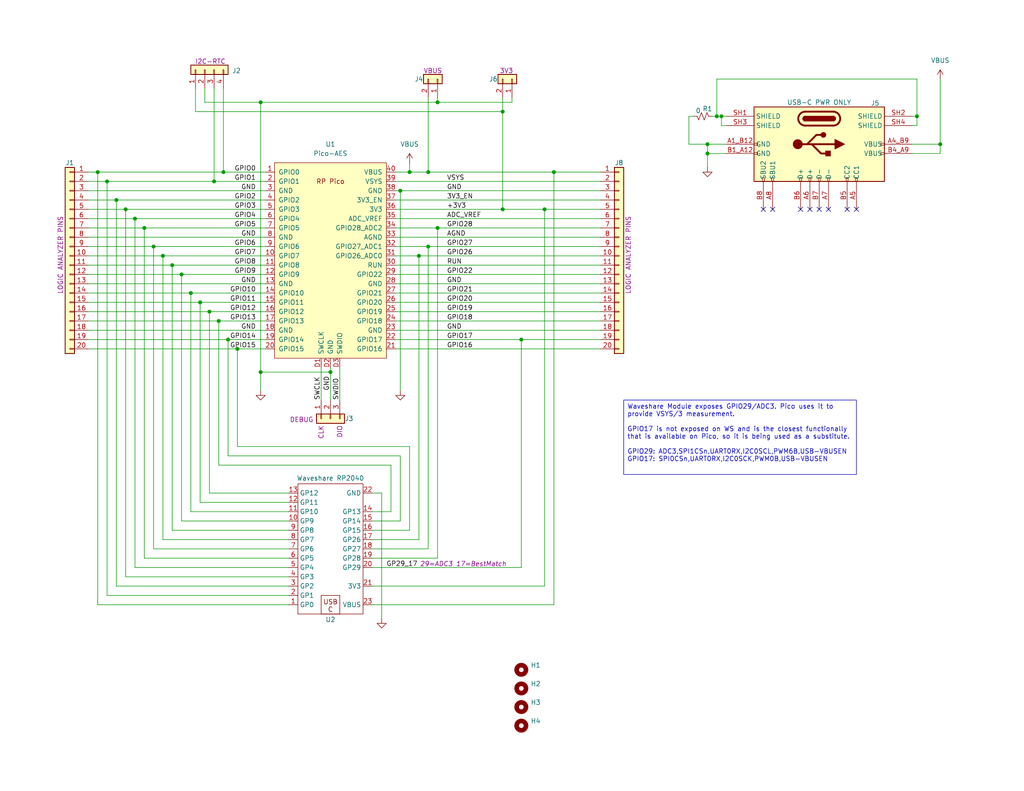
<source format=kicad_sch>
(kicad_sch
	(version 20250114)
	(generator "eeschema")
	(generator_version "9.0")
	(uuid "58c449c7-6b82-4d16-844e-5b49cb1a079e")
	(paper "USLetter")
	(title_block
		(title "RP2040WS Pico Debug Adapter")
		(date "2025-11-08")
		(rev "R1.0")
		(company "SilkyDESIGN AES")
		(comment 1 "Adapts full Pico to RP2040 Waveshare footprint")
		(comment 4 "Copyright 2025, AESilky")
	)
	(lib_symbols
		(symbol "AES_Library:AES-USB-C-Amph_GSB1C46X"
			(exclude_from_sim no)
			(in_bom yes)
			(on_board yes)
			(property "Reference" "J"
				(at 0 11.43 0)
				(effects
					(font
						(size 1.27 1.27)
					)
				)
			)
			(property "Value" ""
				(at 0 0 0)
				(effects
					(font
						(size 1.27 1.27)
					)
				)
			)
			(property "Footprint" "AES_Library:AES-USB_C_Amphenol_GSB1C4621DSHR"
				(at 0 0 0)
				(effects
					(font
						(size 1.27 1.27)
					)
					(hide yes)
				)
			)
			(property "Datasheet" ""
				(at 0 0 0)
				(effects
					(font
						(size 1.27 1.27)
					)
					(hide yes)
				)
			)
			(property "Description" "USB-C SMD Amphenol USB2 (12pins)"
				(at 0 0 0)
				(effects
					(font
						(size 1.27 1.27)
					)
					(hide yes)
				)
			)
			(property "ki_keywords" "usb usb-c"
				(at 0 0 0)
				(effects
					(font
						(size 1.27 1.27)
					)
					(hide yes)
				)
			)
			(symbol "AES-USB-C-Amph_GSB1C46X_0_0"
				(rectangle
					(start -17.78 0.254)
					(end -16.764 -0.254)
					(stroke
						(width 0)
						(type default)
					)
					(fill
						(type none)
					)
				)
				(rectangle
					(start -17.78 -2.286)
					(end -16.764 -2.794)
					(stroke
						(width 0)
						(type default)
					)
					(fill
						(type none)
					)
				)
				(rectangle
					(start -14.986 -10.16)
					(end -15.494 -9.144)
					(stroke
						(width 0)
						(type default)
					)
					(fill
						(type none)
					)
				)
				(rectangle
					(start -12.446 -10.16)
					(end -12.954 -9.144)
					(stroke
						(width 0)
						(type default)
					)
					(fill
						(type none)
					)
				)
				(rectangle
					(start -4.826 -10.16)
					(end -5.334 -9.144)
					(stroke
						(width 0)
						(type default)
					)
					(fill
						(type none)
					)
				)
				(rectangle
					(start -2.286 -10.16)
					(end -2.794 -9.144)
					(stroke
						(width 0)
						(type default)
					)
					(fill
						(type none)
					)
				)
				(rectangle
					(start 0.254 -10.16)
					(end -0.254 -9.144)
					(stroke
						(width 0)
						(type default)
					)
					(fill
						(type none)
					)
				)
				(rectangle
					(start 2.794 -10.16)
					(end 2.286 -9.144)
					(stroke
						(width 0)
						(type default)
					)
					(fill
						(type none)
					)
				)
				(rectangle
					(start 7.874 -10.16)
					(end 7.366 -9.144)
					(stroke
						(width 0)
						(type default)
					)
					(fill
						(type none)
					)
				)
				(rectangle
					(start 10.414 -10.16)
					(end 9.906 -9.144)
					(stroke
						(width 0)
						(type default)
					)
					(fill
						(type none)
					)
				)
				(rectangle
					(start 16.764 -2.794)
					(end 17.78 -2.286)
					(stroke
						(width 0)
						(type default)
					)
					(fill
						(type none)
					)
				)
				(rectangle
					(start 17.78 0.254)
					(end 16.764 -0.254)
					(stroke
						(width 0)
						(type default)
					)
					(fill
						(type none)
					)
				)
			)
			(symbol "AES-USB-C-Amph_GSB1C46X_0_1"
				(circle
					(center -5.842 0)
					(radius 1.27)
					(stroke
						(width 0)
						(type default)
					)
					(fill
						(type outline)
					)
				)
				(polyline
					(pts
						(xy -5.842 0) (xy 4.318 0)
					)
					(stroke
						(width 0.508)
						(type default)
					)
					(fill
						(type none)
					)
				)
				(polyline
					(pts
						(xy -3.81 8.89) (xy 3.81 8.89)
					)
					(stroke
						(width 0.508)
						(type default)
					)
					(fill
						(type none)
					)
				)
				(rectangle
					(start -3.81 7.62)
					(end 3.81 6.35)
					(stroke
						(width 0.254)
						(type default)
					)
					(fill
						(type outline)
					)
				)
				(arc
					(start -3.81 6.35)
					(mid -4.4423 6.985)
					(end -3.81 7.62)
					(stroke
						(width 0.254)
						(type default)
					)
					(fill
						(type none)
					)
				)
				(arc
					(start -3.81 6.35)
					(mid -4.4423 6.985)
					(end -3.81 7.62)
					(stroke
						(width 0.254)
						(type default)
					)
					(fill
						(type outline)
					)
				)
				(arc
					(start -3.81 5.08)
					(mid -5.7067 6.985)
					(end -3.81 8.89)
					(stroke
						(width 0.508)
						(type default)
					)
					(fill
						(type none)
					)
				)
				(polyline
					(pts
						(xy -3.302 0) (xy -0.762 2.54) (xy 0.508 2.54)
					)
					(stroke
						(width 0.508)
						(type default)
					)
					(fill
						(type none)
					)
				)
				(polyline
					(pts
						(xy -2.032 0) (xy 0.508 -2.54) (xy 1.778 -2.54)
					)
					(stroke
						(width 0.508)
						(type default)
					)
					(fill
						(type none)
					)
				)
				(circle
					(center 1.143 2.54)
					(radius 0.635)
					(stroke
						(width 0.254)
						(type default)
					)
					(fill
						(type outline)
					)
				)
				(rectangle
					(start 1.778 -1.905)
					(end 3.048 -3.175)
					(stroke
						(width 0.254)
						(type default)
					)
					(fill
						(type outline)
					)
				)
				(arc
					(start 3.81 8.89)
					(mid 5.7067 6.985)
					(end 3.81 5.08)
					(stroke
						(width 0.508)
						(type default)
					)
					(fill
						(type none)
					)
				)
				(arc
					(start 3.81 7.62)
					(mid 4.442 6.985)
					(end 3.81 6.35)
					(stroke
						(width 0.254)
						(type default)
					)
					(fill
						(type none)
					)
				)
				(arc
					(start 3.81 7.62)
					(mid 4.442 6.985)
					(end 3.81 6.35)
					(stroke
						(width 0.254)
						(type default)
					)
					(fill
						(type outline)
					)
				)
				(polyline
					(pts
						(xy 3.81 5.08) (xy -3.81 5.08)
					)
					(stroke
						(width 0.508)
						(type default)
					)
					(fill
						(type none)
					)
				)
				(polyline
					(pts
						(xy 4.318 1.27) (xy 6.858 0) (xy 4.318 -1.27) (xy 4.318 1.27)
					)
					(stroke
						(width 0.254)
						(type default)
					)
					(fill
						(type outline)
					)
				)
				(rectangle
					(start 17.78 10.16)
					(end -17.78 -10.16)
					(stroke
						(width 0.254)
						(type default)
					)
					(fill
						(type background)
					)
				)
			)
			(symbol "AES-USB-C-Amph_GSB1C46X_1_1"
				(pin passive line
					(at -25.4 7.62 0)
					(length 7.62)
					(name "SHIELD"
						(effects
							(font
								(size 1.27 1.27)
							)
						)
					)
					(number "SH1"
						(effects
							(font
								(size 1.27 1.27)
							)
						)
					)
				)
				(pin passive line
					(at -25.4 5.08 0)
					(length 7.62)
					(name "SHIELD"
						(effects
							(font
								(size 1.27 1.27)
							)
						)
					)
					(number "SH3"
						(effects
							(font
								(size 1.27 1.27)
							)
						)
					)
				)
				(pin passive line
					(at -25.4 0 0)
					(length 7.62)
					(name "GND"
						(effects
							(font
								(size 1.27 1.27)
							)
						)
					)
					(number "A1_B12"
						(effects
							(font
								(size 1.27 1.27)
							)
						)
					)
				)
				(pin passive line
					(at -25.4 -2.54 0)
					(length 7.62)
					(name "GND"
						(effects
							(font
								(size 1.27 1.27)
							)
						)
					)
					(number "B1_A12"
						(effects
							(font
								(size 1.27 1.27)
							)
						)
					)
				)
				(pin bidirectional line
					(at -15.24 -17.78 90)
					(length 7.62)
					(name "SBU2"
						(effects
							(font
								(size 1.27 1.27)
							)
						)
					)
					(number "B8"
						(effects
							(font
								(size 1.27 1.27)
							)
						)
					)
				)
				(pin bidirectional line
					(at -12.7 -17.78 90)
					(length 7.62)
					(name "SBU1"
						(effects
							(font
								(size 1.27 1.27)
							)
						)
					)
					(number "A8"
						(effects
							(font
								(size 1.27 1.27)
							)
						)
					)
				)
				(pin bidirectional line
					(at -5.08 -17.78 90)
					(length 7.62)
					(name "D+"
						(effects
							(font
								(size 1.27 1.27)
							)
						)
					)
					(number "B6"
						(effects
							(font
								(size 1.27 1.27)
							)
						)
					)
				)
				(pin bidirectional line
					(at -2.54 -17.78 90)
					(length 7.62)
					(name "D+"
						(effects
							(font
								(size 1.27 1.27)
							)
						)
					)
					(number "A6"
						(effects
							(font
								(size 1.27 1.27)
							)
						)
					)
				)
				(pin bidirectional line
					(at 0 -17.78 90)
					(length 7.62)
					(name "D-"
						(effects
							(font
								(size 1.27 1.27)
							)
						)
					)
					(number "B7"
						(effects
							(font
								(size 1.27 1.27)
							)
						)
					)
				)
				(pin bidirectional line
					(at 2.54 -17.78 90)
					(length 7.62)
					(name "D-"
						(effects
							(font
								(size 1.27 1.27)
							)
						)
					)
					(number "A7"
						(effects
							(font
								(size 1.27 1.27)
							)
						)
					)
				)
				(pin bidirectional line
					(at 7.62 -17.78 90)
					(length 7.62)
					(name "CC2"
						(effects
							(font
								(size 1.27 1.27)
							)
						)
					)
					(number "B5"
						(effects
							(font
								(size 1.27 1.27)
							)
						)
					)
				)
				(pin bidirectional line
					(at 10.16 -17.78 90)
					(length 7.62)
					(name "CC1"
						(effects
							(font
								(size 1.27 1.27)
							)
						)
					)
					(number "A5"
						(effects
							(font
								(size 1.27 1.27)
							)
						)
					)
				)
				(pin passive line
					(at 25.4 7.62 180)
					(length 7.62)
					(name "SHIELD"
						(effects
							(font
								(size 1.27 1.27)
							)
						)
					)
					(number "SH2"
						(effects
							(font
								(size 1.27 1.27)
							)
						)
					)
				)
				(pin passive line
					(at 25.4 5.08 180)
					(length 7.62)
					(name "SHIELD"
						(effects
							(font
								(size 1.27 1.27)
							)
						)
					)
					(number "SH4"
						(effects
							(font
								(size 1.27 1.27)
							)
						)
					)
				)
				(pin passive line
					(at 25.4 0 180)
					(length 7.62)
					(name "VBUS"
						(effects
							(font
								(size 1.27 1.27)
							)
						)
					)
					(number "A4_B9"
						(effects
							(font
								(size 1.27 1.27)
							)
						)
					)
				)
				(pin passive line
					(at 25.4 -2.54 180)
					(length 7.62)
					(name "VBUS"
						(effects
							(font
								(size 1.27 1.27)
							)
						)
					)
					(number "B4_A9"
						(effects
							(font
								(size 1.27 1.27)
							)
						)
					)
				)
			)
			(embedded_fonts no)
		)
		(symbol "AES_Library:Pico-AES"
			(pin_names
				(offset 1.016)
			)
			(exclude_from_sim no)
			(in_bom yes)
			(on_board yes)
			(property "Reference" "U"
				(at -13.97 27.94 0)
				(effects
					(font
						(size 1.27 1.27)
					)
				)
			)
			(property "Value" "Pico-AES"
				(at 0 19.05 0)
				(effects
					(font
						(size 1.27 1.27)
					)
				)
			)
			(property "Footprint" "AES_Library:AES-RPi_Pico_SMD_TH"
				(at 0 0 90)
				(effects
					(font
						(size 1.27 1.27)
					)
					(hide yes)
				)
			)
			(property "Datasheet" ""
				(at 0 0 0)
				(effects
					(font
						(size 1.27 1.27)
					)
					(hide yes)
				)
			)
			(property "Description" "RP2040 Raspberry Pi Pico Microcontroller"
				(at 0 0 0)
				(effects
					(font
						(size 1.27 1.27)
					)
					(hide yes)
				)
			)
			(property "ki_keywords" "RP2040 PICO Microcontroller"
				(at 0 0 0)
				(effects
					(font
						(size 1.27 1.27)
					)
					(hide yes)
				)
			)
			(symbol "Pico-AES_0_1"
				(rectangle
					(start -15.24 26.67)
					(end 15.24 -26.67)
					(stroke
						(width 0)
						(type default)
					)
					(fill
						(type background)
					)
				)
			)
			(symbol "Pico-AES_1_0"
				(text "RP Pico"
					(at 0 21.59 0)
					(effects
						(font
							(size 1.27 1.27)
						)
					)
				)
			)
			(symbol "Pico-AES_1_1"
				(pin bidirectional line
					(at -17.78 24.13 0)
					(length 2.54)
					(name "GPIO0"
						(effects
							(font
								(size 1.27 1.27)
							)
						)
					)
					(number "1"
						(effects
							(font
								(size 1.27 1.27)
							)
						)
					)
				)
				(pin bidirectional line
					(at -17.78 21.59 0)
					(length 2.54)
					(name "GPIO1"
						(effects
							(font
								(size 1.27 1.27)
							)
						)
					)
					(number "2"
						(effects
							(font
								(size 1.27 1.27)
							)
						)
					)
				)
				(pin power_in line
					(at -17.78 19.05 0)
					(length 2.54)
					(name "GND"
						(effects
							(font
								(size 1.27 1.27)
							)
						)
					)
					(number "3"
						(effects
							(font
								(size 1.27 1.27)
							)
						)
					)
				)
				(pin bidirectional line
					(at -17.78 16.51 0)
					(length 2.54)
					(name "GPIO2"
						(effects
							(font
								(size 1.27 1.27)
							)
						)
					)
					(number "4"
						(effects
							(font
								(size 1.27 1.27)
							)
						)
					)
				)
				(pin bidirectional line
					(at -17.78 13.97 0)
					(length 2.54)
					(name "GPIO3"
						(effects
							(font
								(size 1.27 1.27)
							)
						)
					)
					(number "5"
						(effects
							(font
								(size 1.27 1.27)
							)
						)
					)
				)
				(pin bidirectional line
					(at -17.78 11.43 0)
					(length 2.54)
					(name "GPIO4"
						(effects
							(font
								(size 1.27 1.27)
							)
						)
					)
					(number "6"
						(effects
							(font
								(size 1.27 1.27)
							)
						)
					)
				)
				(pin bidirectional line
					(at -17.78 8.89 0)
					(length 2.54)
					(name "GPIO5"
						(effects
							(font
								(size 1.27 1.27)
							)
						)
					)
					(number "7"
						(effects
							(font
								(size 1.27 1.27)
							)
						)
					)
				)
				(pin power_in line
					(at -17.78 6.35 0)
					(length 2.54)
					(name "GND"
						(effects
							(font
								(size 1.27 1.27)
							)
						)
					)
					(number "8"
						(effects
							(font
								(size 1.27 1.27)
							)
						)
					)
				)
				(pin bidirectional line
					(at -17.78 3.81 0)
					(length 2.54)
					(name "GPIO6"
						(effects
							(font
								(size 1.27 1.27)
							)
						)
					)
					(number "9"
						(effects
							(font
								(size 1.27 1.27)
							)
						)
					)
				)
				(pin bidirectional line
					(at -17.78 1.27 0)
					(length 2.54)
					(name "GPIO7"
						(effects
							(font
								(size 1.27 1.27)
							)
						)
					)
					(number "10"
						(effects
							(font
								(size 1.27 1.27)
							)
						)
					)
				)
				(pin bidirectional line
					(at -17.78 -1.27 0)
					(length 2.54)
					(name "GPIO8"
						(effects
							(font
								(size 1.27 1.27)
							)
						)
					)
					(number "11"
						(effects
							(font
								(size 1.27 1.27)
							)
						)
					)
				)
				(pin bidirectional line
					(at -17.78 -3.81 0)
					(length 2.54)
					(name "GPIO9"
						(effects
							(font
								(size 1.27 1.27)
							)
						)
					)
					(number "12"
						(effects
							(font
								(size 1.27 1.27)
							)
						)
					)
				)
				(pin power_in line
					(at -17.78 -6.35 0)
					(length 2.54)
					(name "GND"
						(effects
							(font
								(size 1.27 1.27)
							)
						)
					)
					(number "13"
						(effects
							(font
								(size 1.27 1.27)
							)
						)
					)
				)
				(pin bidirectional line
					(at -17.78 -8.89 0)
					(length 2.54)
					(name "GPIO10"
						(effects
							(font
								(size 1.27 1.27)
							)
						)
					)
					(number "14"
						(effects
							(font
								(size 1.27 1.27)
							)
						)
					)
				)
				(pin bidirectional line
					(at -17.78 -11.43 0)
					(length 2.54)
					(name "GPIO11"
						(effects
							(font
								(size 1.27 1.27)
							)
						)
					)
					(number "15"
						(effects
							(font
								(size 1.27 1.27)
							)
						)
					)
				)
				(pin bidirectional line
					(at -17.78 -13.97 0)
					(length 2.54)
					(name "GPIO12"
						(effects
							(font
								(size 1.27 1.27)
							)
						)
					)
					(number "16"
						(effects
							(font
								(size 1.27 1.27)
							)
						)
					)
				)
				(pin bidirectional line
					(at -17.78 -16.51 0)
					(length 2.54)
					(name "GPIO13"
						(effects
							(font
								(size 1.27 1.27)
							)
						)
					)
					(number "17"
						(effects
							(font
								(size 1.27 1.27)
							)
						)
					)
				)
				(pin power_in line
					(at -17.78 -19.05 0)
					(length 2.54)
					(name "GND"
						(effects
							(font
								(size 1.27 1.27)
							)
						)
					)
					(number "18"
						(effects
							(font
								(size 1.27 1.27)
							)
						)
					)
				)
				(pin bidirectional line
					(at -17.78 -21.59 0)
					(length 2.54)
					(name "GPIO14"
						(effects
							(font
								(size 1.27 1.27)
							)
						)
					)
					(number "19"
						(effects
							(font
								(size 1.27 1.27)
							)
						)
					)
				)
				(pin bidirectional line
					(at -17.78 -24.13 0)
					(length 2.54)
					(name "GPIO15"
						(effects
							(font
								(size 1.27 1.27)
							)
						)
					)
					(number "20"
						(effects
							(font
								(size 1.27 1.27)
							)
						)
					)
				)
				(pin input line
					(at -2.54 -29.21 90)
					(length 2.54)
					(name "SWCLK"
						(effects
							(font
								(size 1.27 1.27)
							)
						)
					)
					(number "D1"
						(effects
							(font
								(size 1.27 1.27)
							)
						)
					)
				)
				(pin power_in line
					(at 0 -29.21 90)
					(length 2.54)
					(name "GND"
						(effects
							(font
								(size 1.27 1.27)
							)
						)
					)
					(number "D2"
						(effects
							(font
								(size 1.27 1.27)
							)
						)
					)
				)
				(pin bidirectional line
					(at 2.54 -29.21 90)
					(length 2.54)
					(name "SWDIO"
						(effects
							(font
								(size 1.27 1.27)
							)
						)
					)
					(number "D3"
						(effects
							(font
								(size 1.27 1.27)
							)
						)
					)
				)
				(pin power_out line
					(at 17.78 24.13 180)
					(length 2.54)
					(name "VBUS"
						(effects
							(font
								(size 1.27 1.27)
							)
						)
					)
					(number "40"
						(effects
							(font
								(size 1.27 1.27)
							)
						)
					)
				)
				(pin power_in line
					(at 17.78 21.59 180)
					(length 2.54)
					(name "VSYS"
						(effects
							(font
								(size 1.27 1.27)
							)
						)
					)
					(number "39"
						(effects
							(font
								(size 1.27 1.27)
							)
						)
					)
				)
				(pin power_in line
					(at 17.78 19.05 180)
					(length 2.54)
					(name "GND"
						(effects
							(font
								(size 1.27 1.27)
							)
						)
					)
					(number "38"
						(effects
							(font
								(size 1.27 1.27)
							)
						)
					)
				)
				(pin input line
					(at 17.78 16.51 180)
					(length 2.54)
					(name "3V3_EN"
						(effects
							(font
								(size 1.27 1.27)
							)
						)
					)
					(number "37"
						(effects
							(font
								(size 1.27 1.27)
							)
						)
					)
				)
				(pin power_out line
					(at 17.78 13.97 180)
					(length 2.54)
					(name "3V3"
						(effects
							(font
								(size 1.27 1.27)
							)
						)
					)
					(number "36"
						(effects
							(font
								(size 1.27 1.27)
							)
						)
					)
				)
				(pin power_in line
					(at 17.78 11.43 180)
					(length 2.54)
					(name "ADC_VREF"
						(effects
							(font
								(size 1.27 1.27)
							)
						)
					)
					(number "35"
						(effects
							(font
								(size 1.27 1.27)
							)
						)
					)
				)
				(pin bidirectional line
					(at 17.78 8.89 180)
					(length 2.54)
					(name "GPIO28_ADC2"
						(effects
							(font
								(size 1.27 1.27)
							)
						)
					)
					(number "34"
						(effects
							(font
								(size 1.27 1.27)
							)
						)
					)
				)
				(pin power_in line
					(at 17.78 6.35 180)
					(length 2.54)
					(name "AGND"
						(effects
							(font
								(size 1.27 1.27)
							)
						)
					)
					(number "33"
						(effects
							(font
								(size 1.27 1.27)
							)
						)
					)
				)
				(pin bidirectional line
					(at 17.78 3.81 180)
					(length 2.54)
					(name "GPIO27_ADC1"
						(effects
							(font
								(size 1.27 1.27)
							)
						)
					)
					(number "32"
						(effects
							(font
								(size 1.27 1.27)
							)
						)
					)
				)
				(pin bidirectional line
					(at 17.78 1.27 180)
					(length 2.54)
					(name "GPIO26_ADC0"
						(effects
							(font
								(size 1.27 1.27)
							)
						)
					)
					(number "31"
						(effects
							(font
								(size 1.27 1.27)
							)
						)
					)
				)
				(pin input line
					(at 17.78 -1.27 180)
					(length 2.54)
					(name "RUN"
						(effects
							(font
								(size 1.27 1.27)
							)
						)
					)
					(number "30"
						(effects
							(font
								(size 1.27 1.27)
							)
						)
					)
				)
				(pin bidirectional line
					(at 17.78 -3.81 180)
					(length 2.54)
					(name "GPIO22"
						(effects
							(font
								(size 1.27 1.27)
							)
						)
					)
					(number "29"
						(effects
							(font
								(size 1.27 1.27)
							)
						)
					)
				)
				(pin power_in line
					(at 17.78 -6.35 180)
					(length 2.54)
					(name "GND"
						(effects
							(font
								(size 1.27 1.27)
							)
						)
					)
					(number "28"
						(effects
							(font
								(size 1.27 1.27)
							)
						)
					)
				)
				(pin bidirectional line
					(at 17.78 -8.89 180)
					(length 2.54)
					(name "GPIO21"
						(effects
							(font
								(size 1.27 1.27)
							)
						)
					)
					(number "27"
						(effects
							(font
								(size 1.27 1.27)
							)
						)
					)
				)
				(pin bidirectional line
					(at 17.78 -11.43 180)
					(length 2.54)
					(name "GPIO20"
						(effects
							(font
								(size 1.27 1.27)
							)
						)
					)
					(number "26"
						(effects
							(font
								(size 1.27 1.27)
							)
						)
					)
				)
				(pin bidirectional line
					(at 17.78 -13.97 180)
					(length 2.54)
					(name "GPIO19"
						(effects
							(font
								(size 1.27 1.27)
							)
						)
					)
					(number "25"
						(effects
							(font
								(size 1.27 1.27)
							)
						)
					)
				)
				(pin bidirectional line
					(at 17.78 -16.51 180)
					(length 2.54)
					(name "GPIO18"
						(effects
							(font
								(size 1.27 1.27)
							)
						)
					)
					(number "24"
						(effects
							(font
								(size 1.27 1.27)
							)
						)
					)
				)
				(pin power_in line
					(at 17.78 -19.05 180)
					(length 2.54)
					(name "GND"
						(effects
							(font
								(size 1.27 1.27)
							)
						)
					)
					(number "23"
						(effects
							(font
								(size 1.27 1.27)
							)
						)
					)
				)
				(pin bidirectional line
					(at 17.78 -21.59 180)
					(length 2.54)
					(name "GPIO17"
						(effects
							(font
								(size 1.27 1.27)
							)
						)
					)
					(number "22"
						(effects
							(font
								(size 1.27 1.27)
							)
						)
					)
				)
				(pin bidirectional line
					(at 17.78 -24.13 180)
					(length 2.54)
					(name "GPIO16"
						(effects
							(font
								(size 1.27 1.27)
							)
						)
					)
					(number "21"
						(effects
							(font
								(size 1.27 1.27)
							)
						)
					)
				)
			)
			(embedded_fonts no)
		)
		(symbol "AES_Library:RP2040_WS-AES"
			(exclude_from_sim no)
			(in_bom yes)
			(on_board yes)
			(property "Reference" "U"
				(at 0 0 0)
				(effects
					(font
						(size 1.27 1.27)
					)
				)
			)
			(property "Value" ""
				(at 0 0 0)
				(effects
					(font
						(size 1.27 1.27)
					)
				)
			)
			(property "Footprint" "AES_Library:RP2040_WS-AES"
				(at 0 0 0)
				(effects
					(font
						(size 1.27 1.27)
					)
					(hide yes)
				)
			)
			(property "Datasheet" ""
				(at 0 0 0)
				(effects
					(font
						(size 1.27 1.27)
					)
					(hide yes)
				)
			)
			(property "Description" "RP2040 Module Waveshare (tiny)"
				(at 0.254 -20.574 0)
				(effects
					(font
						(size 1.27 1.27)
					)
					(hide yes)
				)
			)
			(property "ki_keywords" "WAVESHARE PICO GPIO USBC USB-C"
				(at 0 0 0)
				(effects
					(font
						(size 1.27 1.27)
					)
					(hide yes)
				)
			)
			(symbol "RP2040_WS-AES_0_1"
				(polyline
					(pts
						(xy -8.89 16.51) (xy 8.89 16.51) (xy 8.89 -19.05) (xy -8.89 -19.05) (xy -8.89 16.51)
					)
					(stroke
						(width 0)
						(type default)
					)
					(fill
						(type none)
					)
				)
			)
			(symbol "RP2040_WS-AES_1_1"
				(text_box "USB\nC"
					(at -2.54 16.51 0)
					(size 5.08 -5.08)
					(margins 1.016 1.016 1.016 1.016)
					(stroke
						(width 0)
						(type solid)
					)
					(fill
						(type none)
					)
					(effects
						(font
							(size 1.27 1.27)
						)
						(justify top)
					)
				)
				(pin bidirectional line
					(at -11.43 13.97 0)
					(length 2.54)
					(name "GP0"
						(effects
							(font
								(size 1.27 1.27)
							)
						)
					)
					(number "1"
						(effects
							(font
								(size 1.27 1.27)
							)
						)
					)
				)
				(pin bidirectional line
					(at -11.43 11.43 0)
					(length 2.54)
					(name "GP1"
						(effects
							(font
								(size 1.27 1.27)
							)
						)
					)
					(number "2"
						(effects
							(font
								(size 1.27 1.27)
							)
						)
					)
				)
				(pin bidirectional line
					(at -11.43 8.89 0)
					(length 2.54)
					(name "GP2"
						(effects
							(font
								(size 1.27 1.27)
							)
						)
					)
					(number "3"
						(effects
							(font
								(size 1.27 1.27)
							)
						)
					)
				)
				(pin bidirectional line
					(at -11.43 6.35 0)
					(length 2.54)
					(name "GP3"
						(effects
							(font
								(size 1.27 1.27)
							)
						)
					)
					(number "4"
						(effects
							(font
								(size 1.27 1.27)
							)
						)
					)
				)
				(pin bidirectional line
					(at -11.43 3.81 0)
					(length 2.54)
					(name "GP4"
						(effects
							(font
								(size 1.27 1.27)
							)
						)
					)
					(number "5"
						(effects
							(font
								(size 1.27 1.27)
							)
						)
					)
				)
				(pin bidirectional line
					(at -11.43 1.27 0)
					(length 2.54)
					(name "GP5"
						(effects
							(font
								(size 1.27 1.27)
							)
						)
					)
					(number "6"
						(effects
							(font
								(size 1.27 1.27)
							)
						)
					)
				)
				(pin bidirectional line
					(at -11.43 -1.27 0)
					(length 2.54)
					(name "GP6"
						(effects
							(font
								(size 1.27 1.27)
							)
						)
					)
					(number "7"
						(effects
							(font
								(size 1.27 1.27)
							)
						)
					)
				)
				(pin bidirectional line
					(at -11.43 -3.81 0)
					(length 2.54)
					(name "GP7"
						(effects
							(font
								(size 1.27 1.27)
							)
						)
					)
					(number "8"
						(effects
							(font
								(size 1.27 1.27)
							)
						)
					)
				)
				(pin bidirectional line
					(at -11.43 -6.35 0)
					(length 2.54)
					(name "GP8"
						(effects
							(font
								(size 1.27 1.27)
							)
						)
					)
					(number "9"
						(effects
							(font
								(size 1.27 1.27)
							)
						)
					)
				)
				(pin bidirectional line
					(at -11.43 -8.89 0)
					(length 2.54)
					(name "GP9"
						(effects
							(font
								(size 1.27 1.27)
							)
						)
					)
					(number "10"
						(effects
							(font
								(size 1.27 1.27)
							)
						)
					)
				)
				(pin bidirectional line
					(at -11.43 -11.43 0)
					(length 2.54)
					(name "GP10"
						(effects
							(font
								(size 1.27 1.27)
							)
						)
					)
					(number "11"
						(effects
							(font
								(size 1.27 1.27)
							)
						)
					)
				)
				(pin bidirectional line
					(at -11.43 -13.97 0)
					(length 2.54)
					(name "GP11"
						(effects
							(font
								(size 1.27 1.27)
							)
						)
					)
					(number "12"
						(effects
							(font
								(size 1.27 1.27)
							)
						)
					)
				)
				(pin bidirectional line
					(at -11.43 -16.51 0)
					(length 2.54)
					(name "GP12"
						(effects
							(font
								(size 1.27 1.27)
							)
						)
					)
					(number "13"
						(effects
							(font
								(size 1.27 1.27)
							)
						)
					)
				)
				(pin power_out line
					(at 11.43 13.97 180)
					(length 2.54)
					(name "VBUS"
						(effects
							(font
								(size 1.27 1.27)
							)
						)
					)
					(number "23"
						(effects
							(font
								(size 1.27 1.27)
							)
						)
					)
				)
				(pin power_out line
					(at 11.43 8.89 180)
					(length 2.54)
					(name "3V3"
						(effects
							(font
								(size 1.27 1.27)
							)
						)
					)
					(number "21"
						(effects
							(font
								(size 1.27 1.27)
							)
						)
					)
				)
				(pin bidirectional line
					(at 11.43 3.81 180)
					(length 2.54)
					(name "GP29"
						(effects
							(font
								(size 1.27 1.27)
							)
						)
					)
					(number "20"
						(effects
							(font
								(size 1.27 1.27)
							)
						)
					)
				)
				(pin bidirectional line
					(at 11.43 1.27 180)
					(length 2.54)
					(name "GP28"
						(effects
							(font
								(size 1.27 1.27)
							)
						)
					)
					(number "19"
						(effects
							(font
								(size 1.27 1.27)
							)
						)
					)
				)
				(pin bidirectional line
					(at 11.43 -1.27 180)
					(length 2.54)
					(name "GP27"
						(effects
							(font
								(size 1.27 1.27)
							)
						)
					)
					(number "18"
						(effects
							(font
								(size 1.27 1.27)
							)
						)
					)
				)
				(pin bidirectional line
					(at 11.43 -3.81 180)
					(length 2.54)
					(name "GP26"
						(effects
							(font
								(size 1.27 1.27)
							)
						)
					)
					(number "17"
						(effects
							(font
								(size 1.27 1.27)
							)
						)
					)
				)
				(pin bidirectional line
					(at 11.43 -6.35 180)
					(length 2.54)
					(name "GP15"
						(effects
							(font
								(size 1.27 1.27)
							)
						)
					)
					(number "16"
						(effects
							(font
								(size 1.27 1.27)
							)
						)
					)
				)
				(pin bidirectional line
					(at 11.43 -8.89 180)
					(length 2.54)
					(name "GP14"
						(effects
							(font
								(size 1.27 1.27)
							)
						)
					)
					(number "15"
						(effects
							(font
								(size 1.27 1.27)
							)
						)
					)
				)
				(pin bidirectional line
					(at 11.43 -11.43 180)
					(length 2.54)
					(name "GP13"
						(effects
							(font
								(size 1.27 1.27)
							)
						)
					)
					(number "14"
						(effects
							(font
								(size 1.27 1.27)
							)
						)
					)
				)
				(pin power_in line
					(at 11.43 -16.51 180)
					(length 2.54)
					(name "GND"
						(effects
							(font
								(size 1.27 1.27)
							)
						)
					)
					(number "22"
						(effects
							(font
								(size 1.27 1.27)
							)
						)
					)
				)
			)
			(embedded_fonts no)
		)
		(symbol "Connector_Generic:Conn_01x02"
			(pin_names
				(offset 1.016)
				(hide yes)
			)
			(exclude_from_sim no)
			(in_bom yes)
			(on_board yes)
			(property "Reference" "J"
				(at 0 2.54 0)
				(effects
					(font
						(size 1.27 1.27)
					)
				)
			)
			(property "Value" "Conn_01x02"
				(at 0 -5.08 0)
				(effects
					(font
						(size 1.27 1.27)
					)
				)
			)
			(property "Footprint" ""
				(at 0 0 0)
				(effects
					(font
						(size 1.27 1.27)
					)
					(hide yes)
				)
			)
			(property "Datasheet" "~"
				(at 0 0 0)
				(effects
					(font
						(size 1.27 1.27)
					)
					(hide yes)
				)
			)
			(property "Description" "Generic connector, single row, 01x02, script generated (kicad-library-utils/schlib/autogen/connector/)"
				(at 0 0 0)
				(effects
					(font
						(size 1.27 1.27)
					)
					(hide yes)
				)
			)
			(property "ki_keywords" "connector"
				(at 0 0 0)
				(effects
					(font
						(size 1.27 1.27)
					)
					(hide yes)
				)
			)
			(property "ki_fp_filters" "Connector*:*_1x??_*"
				(at 0 0 0)
				(effects
					(font
						(size 1.27 1.27)
					)
					(hide yes)
				)
			)
			(symbol "Conn_01x02_1_1"
				(rectangle
					(start -1.27 1.27)
					(end 1.27 -3.81)
					(stroke
						(width 0.254)
						(type default)
					)
					(fill
						(type background)
					)
				)
				(rectangle
					(start -1.27 0.127)
					(end 0 -0.127)
					(stroke
						(width 0.1524)
						(type default)
					)
					(fill
						(type none)
					)
				)
				(rectangle
					(start -1.27 -2.413)
					(end 0 -2.667)
					(stroke
						(width 0.1524)
						(type default)
					)
					(fill
						(type none)
					)
				)
				(pin passive line
					(at -5.08 0 0)
					(length 3.81)
					(name "Pin_1"
						(effects
							(font
								(size 1.27 1.27)
							)
						)
					)
					(number "1"
						(effects
							(font
								(size 1.27 1.27)
							)
						)
					)
				)
				(pin passive line
					(at -5.08 -2.54 0)
					(length 3.81)
					(name "Pin_2"
						(effects
							(font
								(size 1.27 1.27)
							)
						)
					)
					(number "2"
						(effects
							(font
								(size 1.27 1.27)
							)
						)
					)
				)
			)
			(embedded_fonts no)
		)
		(symbol "Connector_Generic:Conn_01x03"
			(pin_names
				(offset 1.016)
				(hide yes)
			)
			(exclude_from_sim no)
			(in_bom yes)
			(on_board yes)
			(property "Reference" "J"
				(at 0 5.08 0)
				(effects
					(font
						(size 1.27 1.27)
					)
				)
			)
			(property "Value" "Conn_01x03"
				(at 0 -5.08 0)
				(effects
					(font
						(size 1.27 1.27)
					)
				)
			)
			(property "Footprint" ""
				(at 0 0 0)
				(effects
					(font
						(size 1.27 1.27)
					)
					(hide yes)
				)
			)
			(property "Datasheet" "~"
				(at 0 0 0)
				(effects
					(font
						(size 1.27 1.27)
					)
					(hide yes)
				)
			)
			(property "Description" "Generic connector, single row, 01x03, script generated (kicad-library-utils/schlib/autogen/connector/)"
				(at 0 0 0)
				(effects
					(font
						(size 1.27 1.27)
					)
					(hide yes)
				)
			)
			(property "ki_keywords" "connector"
				(at 0 0 0)
				(effects
					(font
						(size 1.27 1.27)
					)
					(hide yes)
				)
			)
			(property "ki_fp_filters" "Connector*:*_1x??_*"
				(at 0 0 0)
				(effects
					(font
						(size 1.27 1.27)
					)
					(hide yes)
				)
			)
			(symbol "Conn_01x03_1_1"
				(rectangle
					(start -1.27 3.81)
					(end 1.27 -3.81)
					(stroke
						(width 0.254)
						(type default)
					)
					(fill
						(type background)
					)
				)
				(rectangle
					(start -1.27 2.667)
					(end 0 2.413)
					(stroke
						(width 0.1524)
						(type default)
					)
					(fill
						(type none)
					)
				)
				(rectangle
					(start -1.27 0.127)
					(end 0 -0.127)
					(stroke
						(width 0.1524)
						(type default)
					)
					(fill
						(type none)
					)
				)
				(rectangle
					(start -1.27 -2.413)
					(end 0 -2.667)
					(stroke
						(width 0.1524)
						(type default)
					)
					(fill
						(type none)
					)
				)
				(pin passive line
					(at -5.08 2.54 0)
					(length 3.81)
					(name "Pin_1"
						(effects
							(font
								(size 1.27 1.27)
							)
						)
					)
					(number "1"
						(effects
							(font
								(size 1.27 1.27)
							)
						)
					)
				)
				(pin passive line
					(at -5.08 0 0)
					(length 3.81)
					(name "Pin_2"
						(effects
							(font
								(size 1.27 1.27)
							)
						)
					)
					(number "2"
						(effects
							(font
								(size 1.27 1.27)
							)
						)
					)
				)
				(pin passive line
					(at -5.08 -2.54 0)
					(length 3.81)
					(name "Pin_3"
						(effects
							(font
								(size 1.27 1.27)
							)
						)
					)
					(number "3"
						(effects
							(font
								(size 1.27 1.27)
							)
						)
					)
				)
			)
			(embedded_fonts no)
		)
		(symbol "Connector_Generic:Conn_01x04"
			(pin_names
				(offset 1.016)
				(hide yes)
			)
			(exclude_from_sim no)
			(in_bom yes)
			(on_board yes)
			(property "Reference" "J"
				(at 0 5.08 0)
				(effects
					(font
						(size 1.27 1.27)
					)
				)
			)
			(property "Value" "Conn_01x04"
				(at 0 -7.62 0)
				(effects
					(font
						(size 1.27 1.27)
					)
				)
			)
			(property "Footprint" ""
				(at 0 0 0)
				(effects
					(font
						(size 1.27 1.27)
					)
					(hide yes)
				)
			)
			(property "Datasheet" "~"
				(at 0 0 0)
				(effects
					(font
						(size 1.27 1.27)
					)
					(hide yes)
				)
			)
			(property "Description" "Generic connector, single row, 01x04, script generated (kicad-library-utils/schlib/autogen/connector/)"
				(at 0 0 0)
				(effects
					(font
						(size 1.27 1.27)
					)
					(hide yes)
				)
			)
			(property "ki_keywords" "connector"
				(at 0 0 0)
				(effects
					(font
						(size 1.27 1.27)
					)
					(hide yes)
				)
			)
			(property "ki_fp_filters" "Connector*:*_1x??_*"
				(at 0 0 0)
				(effects
					(font
						(size 1.27 1.27)
					)
					(hide yes)
				)
			)
			(symbol "Conn_01x04_1_1"
				(rectangle
					(start -1.27 3.81)
					(end 1.27 -6.35)
					(stroke
						(width 0.254)
						(type default)
					)
					(fill
						(type background)
					)
				)
				(rectangle
					(start -1.27 2.667)
					(end 0 2.413)
					(stroke
						(width 0.1524)
						(type default)
					)
					(fill
						(type none)
					)
				)
				(rectangle
					(start -1.27 0.127)
					(end 0 -0.127)
					(stroke
						(width 0.1524)
						(type default)
					)
					(fill
						(type none)
					)
				)
				(rectangle
					(start -1.27 -2.413)
					(end 0 -2.667)
					(stroke
						(width 0.1524)
						(type default)
					)
					(fill
						(type none)
					)
				)
				(rectangle
					(start -1.27 -4.953)
					(end 0 -5.207)
					(stroke
						(width 0.1524)
						(type default)
					)
					(fill
						(type none)
					)
				)
				(pin passive line
					(at -5.08 2.54 0)
					(length 3.81)
					(name "Pin_1"
						(effects
							(font
								(size 1.27 1.27)
							)
						)
					)
					(number "1"
						(effects
							(font
								(size 1.27 1.27)
							)
						)
					)
				)
				(pin passive line
					(at -5.08 0 0)
					(length 3.81)
					(name "Pin_2"
						(effects
							(font
								(size 1.27 1.27)
							)
						)
					)
					(number "2"
						(effects
							(font
								(size 1.27 1.27)
							)
						)
					)
				)
				(pin passive line
					(at -5.08 -2.54 0)
					(length 3.81)
					(name "Pin_3"
						(effects
							(font
								(size 1.27 1.27)
							)
						)
					)
					(number "3"
						(effects
							(font
								(size 1.27 1.27)
							)
						)
					)
				)
				(pin passive line
					(at -5.08 -5.08 0)
					(length 3.81)
					(name "Pin_4"
						(effects
							(font
								(size 1.27 1.27)
							)
						)
					)
					(number "4"
						(effects
							(font
								(size 1.27 1.27)
							)
						)
					)
				)
			)
			(embedded_fonts no)
		)
		(symbol "Connector_Generic:Conn_01x20"
			(pin_names
				(offset 1.016)
				(hide yes)
			)
			(exclude_from_sim no)
			(in_bom yes)
			(on_board yes)
			(property "Reference" "J"
				(at 0 25.4 0)
				(effects
					(font
						(size 1.27 1.27)
					)
				)
			)
			(property "Value" "Conn_01x20"
				(at 0 -27.94 0)
				(effects
					(font
						(size 1.27 1.27)
					)
				)
			)
			(property "Footprint" ""
				(at 0 0 0)
				(effects
					(font
						(size 1.27 1.27)
					)
					(hide yes)
				)
			)
			(property "Datasheet" "~"
				(at 0 0 0)
				(effects
					(font
						(size 1.27 1.27)
					)
					(hide yes)
				)
			)
			(property "Description" "Generic connector, single row, 01x20, script generated (kicad-library-utils/schlib/autogen/connector/)"
				(at 0 0 0)
				(effects
					(font
						(size 1.27 1.27)
					)
					(hide yes)
				)
			)
			(property "ki_keywords" "connector"
				(at 0 0 0)
				(effects
					(font
						(size 1.27 1.27)
					)
					(hide yes)
				)
			)
			(property "ki_fp_filters" "Connector*:*_1x??_*"
				(at 0 0 0)
				(effects
					(font
						(size 1.27 1.27)
					)
					(hide yes)
				)
			)
			(symbol "Conn_01x20_1_1"
				(rectangle
					(start -1.27 24.13)
					(end 1.27 -26.67)
					(stroke
						(width 0.254)
						(type default)
					)
					(fill
						(type background)
					)
				)
				(rectangle
					(start -1.27 22.987)
					(end 0 22.733)
					(stroke
						(width 0.1524)
						(type default)
					)
					(fill
						(type none)
					)
				)
				(rectangle
					(start -1.27 20.447)
					(end 0 20.193)
					(stroke
						(width 0.1524)
						(type default)
					)
					(fill
						(type none)
					)
				)
				(rectangle
					(start -1.27 17.907)
					(end 0 17.653)
					(stroke
						(width 0.1524)
						(type default)
					)
					(fill
						(type none)
					)
				)
				(rectangle
					(start -1.27 15.367)
					(end 0 15.113)
					(stroke
						(width 0.1524)
						(type default)
					)
					(fill
						(type none)
					)
				)
				(rectangle
					(start -1.27 12.827)
					(end 0 12.573)
					(stroke
						(width 0.1524)
						(type default)
					)
					(fill
						(type none)
					)
				)
				(rectangle
					(start -1.27 10.287)
					(end 0 10.033)
					(stroke
						(width 0.1524)
						(type default)
					)
					(fill
						(type none)
					)
				)
				(rectangle
					(start -1.27 7.747)
					(end 0 7.493)
					(stroke
						(width 0.1524)
						(type default)
					)
					(fill
						(type none)
					)
				)
				(rectangle
					(start -1.27 5.207)
					(end 0 4.953)
					(stroke
						(width 0.1524)
						(type default)
					)
					(fill
						(type none)
					)
				)
				(rectangle
					(start -1.27 2.667)
					(end 0 2.413)
					(stroke
						(width 0.1524)
						(type default)
					)
					(fill
						(type none)
					)
				)
				(rectangle
					(start -1.27 0.127)
					(end 0 -0.127)
					(stroke
						(width 0.1524)
						(type default)
					)
					(fill
						(type none)
					)
				)
				(rectangle
					(start -1.27 -2.413)
					(end 0 -2.667)
					(stroke
						(width 0.1524)
						(type default)
					)
					(fill
						(type none)
					)
				)
				(rectangle
					(start -1.27 -4.953)
					(end 0 -5.207)
					(stroke
						(width 0.1524)
						(type default)
					)
					(fill
						(type none)
					)
				)
				(rectangle
					(start -1.27 -7.493)
					(end 0 -7.747)
					(stroke
						(width 0.1524)
						(type default)
					)
					(fill
						(type none)
					)
				)
				(rectangle
					(start -1.27 -10.033)
					(end 0 -10.287)
					(stroke
						(width 0.1524)
						(type default)
					)
					(fill
						(type none)
					)
				)
				(rectangle
					(start -1.27 -12.573)
					(end 0 -12.827)
					(stroke
						(width 0.1524)
						(type default)
					)
					(fill
						(type none)
					)
				)
				(rectangle
					(start -1.27 -15.113)
					(end 0 -15.367)
					(stroke
						(width 0.1524)
						(type default)
					)
					(fill
						(type none)
					)
				)
				(rectangle
					(start -1.27 -17.653)
					(end 0 -17.907)
					(stroke
						(width 0.1524)
						(type default)
					)
					(fill
						(type none)
					)
				)
				(rectangle
					(start -1.27 -20.193)
					(end 0 -20.447)
					(stroke
						(width 0.1524)
						(type default)
					)
					(fill
						(type none)
					)
				)
				(rectangle
					(start -1.27 -22.733)
					(end 0 -22.987)
					(stroke
						(width 0.1524)
						(type default)
					)
					(fill
						(type none)
					)
				)
				(rectangle
					(start -1.27 -25.273)
					(end 0 -25.527)
					(stroke
						(width 0.1524)
						(type default)
					)
					(fill
						(type none)
					)
				)
				(pin passive line
					(at -5.08 22.86 0)
					(length 3.81)
					(name "Pin_1"
						(effects
							(font
								(size 1.27 1.27)
							)
						)
					)
					(number "1"
						(effects
							(font
								(size 1.27 1.27)
							)
						)
					)
				)
				(pin passive line
					(at -5.08 20.32 0)
					(length 3.81)
					(name "Pin_2"
						(effects
							(font
								(size 1.27 1.27)
							)
						)
					)
					(number "2"
						(effects
							(font
								(size 1.27 1.27)
							)
						)
					)
				)
				(pin passive line
					(at -5.08 17.78 0)
					(length 3.81)
					(name "Pin_3"
						(effects
							(font
								(size 1.27 1.27)
							)
						)
					)
					(number "3"
						(effects
							(font
								(size 1.27 1.27)
							)
						)
					)
				)
				(pin passive line
					(at -5.08 15.24 0)
					(length 3.81)
					(name "Pin_4"
						(effects
							(font
								(size 1.27 1.27)
							)
						)
					)
					(number "4"
						(effects
							(font
								(size 1.27 1.27)
							)
						)
					)
				)
				(pin passive line
					(at -5.08 12.7 0)
					(length 3.81)
					(name "Pin_5"
						(effects
							(font
								(size 1.27 1.27)
							)
						)
					)
					(number "5"
						(effects
							(font
								(size 1.27 1.27)
							)
						)
					)
				)
				(pin passive line
					(at -5.08 10.16 0)
					(length 3.81)
					(name "Pin_6"
						(effects
							(font
								(size 1.27 1.27)
							)
						)
					)
					(number "6"
						(effects
							(font
								(size 1.27 1.27)
							)
						)
					)
				)
				(pin passive line
					(at -5.08 7.62 0)
					(length 3.81)
					(name "Pin_7"
						(effects
							(font
								(size 1.27 1.27)
							)
						)
					)
					(number "7"
						(effects
							(font
								(size 1.27 1.27)
							)
						)
					)
				)
				(pin passive line
					(at -5.08 5.08 0)
					(length 3.81)
					(name "Pin_8"
						(effects
							(font
								(size 1.27 1.27)
							)
						)
					)
					(number "8"
						(effects
							(font
								(size 1.27 1.27)
							)
						)
					)
				)
				(pin passive line
					(at -5.08 2.54 0)
					(length 3.81)
					(name "Pin_9"
						(effects
							(font
								(size 1.27 1.27)
							)
						)
					)
					(number "9"
						(effects
							(font
								(size 1.27 1.27)
							)
						)
					)
				)
				(pin passive line
					(at -5.08 0 0)
					(length 3.81)
					(name "Pin_10"
						(effects
							(font
								(size 1.27 1.27)
							)
						)
					)
					(number "10"
						(effects
							(font
								(size 1.27 1.27)
							)
						)
					)
				)
				(pin passive line
					(at -5.08 -2.54 0)
					(length 3.81)
					(name "Pin_11"
						(effects
							(font
								(size 1.27 1.27)
							)
						)
					)
					(number "11"
						(effects
							(font
								(size 1.27 1.27)
							)
						)
					)
				)
				(pin passive line
					(at -5.08 -5.08 0)
					(length 3.81)
					(name "Pin_12"
						(effects
							(font
								(size 1.27 1.27)
							)
						)
					)
					(number "12"
						(effects
							(font
								(size 1.27 1.27)
							)
						)
					)
				)
				(pin passive line
					(at -5.08 -7.62 0)
					(length 3.81)
					(name "Pin_13"
						(effects
							(font
								(size 1.27 1.27)
							)
						)
					)
					(number "13"
						(effects
							(font
								(size 1.27 1.27)
							)
						)
					)
				)
				(pin passive line
					(at -5.08 -10.16 0)
					(length 3.81)
					(name "Pin_14"
						(effects
							(font
								(size 1.27 1.27)
							)
						)
					)
					(number "14"
						(effects
							(font
								(size 1.27 1.27)
							)
						)
					)
				)
				(pin passive line
					(at -5.08 -12.7 0)
					(length 3.81)
					(name "Pin_15"
						(effects
							(font
								(size 1.27 1.27)
							)
						)
					)
					(number "15"
						(effects
							(font
								(size 1.27 1.27)
							)
						)
					)
				)
				(pin passive line
					(at -5.08 -15.24 0)
					(length 3.81)
					(name "Pin_16"
						(effects
							(font
								(size 1.27 1.27)
							)
						)
					)
					(number "16"
						(effects
							(font
								(size 1.27 1.27)
							)
						)
					)
				)
				(pin passive line
					(at -5.08 -17.78 0)
					(length 3.81)
					(name "Pin_17"
						(effects
							(font
								(size 1.27 1.27)
							)
						)
					)
					(number "17"
						(effects
							(font
								(size 1.27 1.27)
							)
						)
					)
				)
				(pin passive line
					(at -5.08 -20.32 0)
					(length 3.81)
					(name "Pin_18"
						(effects
							(font
								(size 1.27 1.27)
							)
						)
					)
					(number "18"
						(effects
							(font
								(size 1.27 1.27)
							)
						)
					)
				)
				(pin passive line
					(at -5.08 -22.86 0)
					(length 3.81)
					(name "Pin_19"
						(effects
							(font
								(size 1.27 1.27)
							)
						)
					)
					(number "19"
						(effects
							(font
								(size 1.27 1.27)
							)
						)
					)
				)
				(pin passive line
					(at -5.08 -25.4 0)
					(length 3.81)
					(name "Pin_20"
						(effects
							(font
								(size 1.27 1.27)
							)
						)
					)
					(number "20"
						(effects
							(font
								(size 1.27 1.27)
							)
						)
					)
				)
			)
			(embedded_fonts no)
		)
		(symbol "Device:R_Small_US"
			(pin_numbers
				(hide yes)
			)
			(pin_names
				(offset 0.254)
				(hide yes)
			)
			(exclude_from_sim no)
			(in_bom yes)
			(on_board yes)
			(property "Reference" "R"
				(at 0.762 0.508 0)
				(effects
					(font
						(size 1.27 1.27)
					)
					(justify left)
				)
			)
			(property "Value" "R_Small_US"
				(at 0.762 -1.016 0)
				(effects
					(font
						(size 1.27 1.27)
					)
					(justify left)
				)
			)
			(property "Footprint" ""
				(at 0 0 0)
				(effects
					(font
						(size 1.27 1.27)
					)
					(hide yes)
				)
			)
			(property "Datasheet" "~"
				(at 0 0 0)
				(effects
					(font
						(size 1.27 1.27)
					)
					(hide yes)
				)
			)
			(property "Description" "Resistor, small US symbol"
				(at 0 0 0)
				(effects
					(font
						(size 1.27 1.27)
					)
					(hide yes)
				)
			)
			(property "ki_keywords" "r resistor"
				(at 0 0 0)
				(effects
					(font
						(size 1.27 1.27)
					)
					(hide yes)
				)
			)
			(property "ki_fp_filters" "R_*"
				(at 0 0 0)
				(effects
					(font
						(size 1.27 1.27)
					)
					(hide yes)
				)
			)
			(symbol "R_Small_US_1_1"
				(polyline
					(pts
						(xy 0 1.524) (xy 1.016 1.143) (xy 0 0.762) (xy -1.016 0.381) (xy 0 0)
					)
					(stroke
						(width 0)
						(type default)
					)
					(fill
						(type none)
					)
				)
				(polyline
					(pts
						(xy 0 0) (xy 1.016 -0.381) (xy 0 -0.762) (xy -1.016 -1.143) (xy 0 -1.524)
					)
					(stroke
						(width 0)
						(type default)
					)
					(fill
						(type none)
					)
				)
				(pin passive line
					(at 0 2.54 270)
					(length 1.016)
					(name "~"
						(effects
							(font
								(size 1.27 1.27)
							)
						)
					)
					(number "1"
						(effects
							(font
								(size 1.27 1.27)
							)
						)
					)
				)
				(pin passive line
					(at 0 -2.54 90)
					(length 1.016)
					(name "~"
						(effects
							(font
								(size 1.27 1.27)
							)
						)
					)
					(number "2"
						(effects
							(font
								(size 1.27 1.27)
							)
						)
					)
				)
			)
			(embedded_fonts no)
		)
		(symbol "Mechanical:MountingHole"
			(pin_names
				(offset 1.016)
			)
			(exclude_from_sim no)
			(in_bom no)
			(on_board yes)
			(property "Reference" "H"
				(at 0 5.08 0)
				(effects
					(font
						(size 1.27 1.27)
					)
				)
			)
			(property "Value" "MountingHole"
				(at 0 3.175 0)
				(effects
					(font
						(size 1.27 1.27)
					)
				)
			)
			(property "Footprint" ""
				(at 0 0 0)
				(effects
					(font
						(size 1.27 1.27)
					)
					(hide yes)
				)
			)
			(property "Datasheet" "~"
				(at 0 0 0)
				(effects
					(font
						(size 1.27 1.27)
					)
					(hide yes)
				)
			)
			(property "Description" "Mounting Hole without connection"
				(at 0 0 0)
				(effects
					(font
						(size 1.27 1.27)
					)
					(hide yes)
				)
			)
			(property "ki_keywords" "mounting hole"
				(at 0 0 0)
				(effects
					(font
						(size 1.27 1.27)
					)
					(hide yes)
				)
			)
			(property "ki_fp_filters" "MountingHole*"
				(at 0 0 0)
				(effects
					(font
						(size 1.27 1.27)
					)
					(hide yes)
				)
			)
			(symbol "MountingHole_0_1"
				(circle
					(center 0 0)
					(radius 1.27)
					(stroke
						(width 1.27)
						(type default)
					)
					(fill
						(type none)
					)
				)
			)
			(embedded_fonts no)
		)
		(symbol "power:GND"
			(power)
			(pin_numbers
				(hide yes)
			)
			(pin_names
				(offset 0)
				(hide yes)
			)
			(exclude_from_sim no)
			(in_bom yes)
			(on_board yes)
			(property "Reference" "#PWR"
				(at 0 -6.35 0)
				(effects
					(font
						(size 1.27 1.27)
					)
					(hide yes)
				)
			)
			(property "Value" "GND"
				(at 0 -3.81 0)
				(effects
					(font
						(size 1.27 1.27)
					)
				)
			)
			(property "Footprint" ""
				(at 0 0 0)
				(effects
					(font
						(size 1.27 1.27)
					)
					(hide yes)
				)
			)
			(property "Datasheet" ""
				(at 0 0 0)
				(effects
					(font
						(size 1.27 1.27)
					)
					(hide yes)
				)
			)
			(property "Description" "Power symbol creates a global label with name \"GND\" , ground"
				(at 0 0 0)
				(effects
					(font
						(size 1.27 1.27)
					)
					(hide yes)
				)
			)
			(property "ki_keywords" "global power"
				(at 0 0 0)
				(effects
					(font
						(size 1.27 1.27)
					)
					(hide yes)
				)
			)
			(symbol "GND_0_1"
				(polyline
					(pts
						(xy 0 0) (xy 0 -1.27) (xy 1.27 -1.27) (xy 0 -2.54) (xy -1.27 -1.27) (xy 0 -1.27)
					)
					(stroke
						(width 0)
						(type default)
					)
					(fill
						(type none)
					)
				)
			)
			(symbol "GND_1_1"
				(pin power_in line
					(at 0 0 270)
					(length 0)
					(name "~"
						(effects
							(font
								(size 1.27 1.27)
							)
						)
					)
					(number "1"
						(effects
							(font
								(size 1.27 1.27)
							)
						)
					)
				)
			)
			(embedded_fonts no)
		)
		(symbol "power:VBUS"
			(power)
			(pin_numbers
				(hide yes)
			)
			(pin_names
				(offset 0)
				(hide yes)
			)
			(exclude_from_sim no)
			(in_bom yes)
			(on_board yes)
			(property "Reference" "#PWR"
				(at 0 -3.81 0)
				(effects
					(font
						(size 1.27 1.27)
					)
					(hide yes)
				)
			)
			(property "Value" "VBUS"
				(at 0 3.556 0)
				(effects
					(font
						(size 1.27 1.27)
					)
				)
			)
			(property "Footprint" ""
				(at 0 0 0)
				(effects
					(font
						(size 1.27 1.27)
					)
					(hide yes)
				)
			)
			(property "Datasheet" ""
				(at 0 0 0)
				(effects
					(font
						(size 1.27 1.27)
					)
					(hide yes)
				)
			)
			(property "Description" "Power symbol creates a global label with name \"VBUS\""
				(at 0 0 0)
				(effects
					(font
						(size 1.27 1.27)
					)
					(hide yes)
				)
			)
			(property "ki_keywords" "global power"
				(at 0 0 0)
				(effects
					(font
						(size 1.27 1.27)
					)
					(hide yes)
				)
			)
			(symbol "VBUS_0_1"
				(polyline
					(pts
						(xy -0.762 1.27) (xy 0 2.54)
					)
					(stroke
						(width 0)
						(type default)
					)
					(fill
						(type none)
					)
				)
				(polyline
					(pts
						(xy 0 2.54) (xy 0.762 1.27)
					)
					(stroke
						(width 0)
						(type default)
					)
					(fill
						(type none)
					)
				)
				(polyline
					(pts
						(xy 0 0) (xy 0 2.54)
					)
					(stroke
						(width 0)
						(type default)
					)
					(fill
						(type none)
					)
				)
			)
			(symbol "VBUS_1_1"
				(pin power_in line
					(at 0 0 90)
					(length 0)
					(name "~"
						(effects
							(font
								(size 1.27 1.27)
							)
						)
					)
					(number "1"
						(effects
							(font
								(size 1.27 1.27)
							)
						)
					)
				)
			)
			(embedded_fonts no)
		)
	)
	(text_box "Waveshare Module exposes GPIO29/ADC3. Pico uses it to provide VSYS/3 measurement.\n\nGPIO17 is not exposed on WS and is the closest functionally that is available on Pico, so it is being used as a substitute.\n\nGPIO29: ADC3,SPI1CSn,UART0RX,I2C0SCL,PWM6B,USB-VBUSEN\nGPIO17: SPI0CSn,UART0RX,I2C0SCK,PWM0B,USB-VBUSEN "
		(exclude_from_sim no)
		(at 170.18 109.22 0)
		(size 63.5 20.32)
		(margins 0.9525 0.9525 0.9525 0.9525)
		(stroke
			(width 0)
			(type solid)
		)
		(fill
			(type none)
		)
		(effects
			(font
				(size 1.27 1.27)
			)
			(justify left top)
		)
		(uuid "d364028b-f03e-4d49-8cf9-c23f8ab9d35d")
	)
	(junction
		(at 71.12 101.6)
		(diameter 0)
		(color 0 0 0 0)
		(uuid "03e7de54-3442-4a17-83c7-c4468d8bdb91")
	)
	(junction
		(at 29.21 49.53)
		(diameter 0)
		(color 0 0 0 0)
		(uuid "0b1101dd-13fc-47c5-927d-014fa0c4b915")
	)
	(junction
		(at 250.19 31.75)
		(diameter 0)
		(color 0 0 0 0)
		(uuid "0c1de82c-3917-4409-92ee-f9ab1a9c9062")
	)
	(junction
		(at 41.91 67.31)
		(diameter 0)
		(color 0 0 0 0)
		(uuid "15b144cb-baa6-4931-a484-3401945b94a7")
	)
	(junction
		(at 90.17 101.6)
		(diameter 0)
		(color 0 0 0 0)
		(uuid "1c14ef78-3961-438f-bbf9-afc811799eef")
	)
	(junction
		(at 196.85 31.75)
		(diameter 0)
		(color 0 0 0 0)
		(uuid "241ce594-7ca5-47d1-a9c5-c5d2b7c4b1bb")
	)
	(junction
		(at 57.15 85.09)
		(diameter 0)
		(color 0 0 0 0)
		(uuid "26426993-7156-452c-8d6b-7de099912f8e")
	)
	(junction
		(at 193.04 41.91)
		(diameter 0)
		(color 0 0 0 0)
		(uuid "280dc386-df97-4c52-8a3b-c605602fd2a7")
	)
	(junction
		(at 44.45 69.85)
		(diameter 0)
		(color 0 0 0 0)
		(uuid "29ffa998-a36c-4e74-9f59-d2a27767b808")
	)
	(junction
		(at 60.96 46.99)
		(diameter 0)
		(color 0 0 0 0)
		(uuid "2aa0e983-6f74-4563-9c29-86411f6f49ec")
	)
	(junction
		(at 111.76 46.99)
		(diameter 0)
		(color 0 0 0 0)
		(uuid "2f7e73ed-9a28-46ba-afc4-c681b84859a4")
	)
	(junction
		(at 119.38 62.23)
		(diameter 0)
		(color 0 0 0 0)
		(uuid "3458cb75-940a-4d66-8b82-97e24fd03a58")
	)
	(junction
		(at 137.16 57.15)
		(diameter 0)
		(color 0 0 0 0)
		(uuid "35296233-5c7f-47df-9eb6-8f58115bf944")
	)
	(junction
		(at 256.54 39.37)
		(diameter 0)
		(color 0 0 0 0)
		(uuid "3c97ae22-0091-4730-bfff-1bae57cfd15b")
	)
	(junction
		(at 31.75 54.61)
		(diameter 0)
		(color 0 0 0 0)
		(uuid "3cd9c0ca-cba0-42dc-83f7-e4da6e99cbb7")
	)
	(junction
		(at 151.13 46.99)
		(diameter 0)
		(color 0 0 0 0)
		(uuid "4e856c3e-c5a7-4ff0-95fc-3cca95a71d2c")
	)
	(junction
		(at 116.84 46.99)
		(diameter 0)
		(color 0 0 0 0)
		(uuid "51c2f432-7a80-41a1-9f6a-f70e9111c73e")
	)
	(junction
		(at 114.3 69.85)
		(diameter 0)
		(color 0 0 0 0)
		(uuid "5f7d977a-1def-490c-9289-433ee25ee010")
	)
	(junction
		(at 34.29 57.15)
		(diameter 0)
		(color 0 0 0 0)
		(uuid "73f9b629-9659-4b08-b368-07104221d267")
	)
	(junction
		(at 26.67 46.99)
		(diameter 0)
		(color 0 0 0 0)
		(uuid "7ee1fb70-5f9a-43c7-9e16-e2869c33327f")
	)
	(junction
		(at 71.12 27.94)
		(diameter 0)
		(color 0 0 0 0)
		(uuid "8001a3ff-c25b-45ef-b051-c0b191665b52")
	)
	(junction
		(at 142.24 92.71)
		(diameter 0)
		(color 0 0 0 0)
		(uuid "84116f96-e468-4456-885a-1e39219ca33d")
	)
	(junction
		(at 137.16 30.48)
		(diameter 0)
		(color 0 0 0 0)
		(uuid "86541728-35d7-4a30-9877-68a08c64609b")
	)
	(junction
		(at 54.61 82.55)
		(diameter 0)
		(color 0 0 0 0)
		(uuid "93dbf193-039e-4a71-b49a-6c0f347ed15a")
	)
	(junction
		(at 58.42 49.53)
		(diameter 0)
		(color 0 0 0 0)
		(uuid "97901632-e080-4cf4-ac2a-89cdd55e21fd")
	)
	(junction
		(at 39.37 62.23)
		(diameter 0)
		(color 0 0 0 0)
		(uuid "9f1581ed-e9bc-408f-b2de-785178ff5e13")
	)
	(junction
		(at 59.69 87.63)
		(diameter 0)
		(color 0 0 0 0)
		(uuid "a152876d-4328-4d36-afc0-e38fb66cfeed")
	)
	(junction
		(at 49.53 74.93)
		(diameter 0)
		(color 0 0 0 0)
		(uuid "a77b74e6-11b3-498c-bb70-d3960af94276")
	)
	(junction
		(at 119.38 27.94)
		(diameter 0)
		(color 0 0 0 0)
		(uuid "addf67dd-2f22-4464-826d-192e057c7b30")
	)
	(junction
		(at 148.59 57.15)
		(diameter 0)
		(color 0 0 0 0)
		(uuid "aff38d81-d8ec-4b2a-8c97-c3ea1e7f203a")
	)
	(junction
		(at 195.58 31.75)
		(diameter 0)
		(color 0 0 0 0)
		(uuid "c06bedf9-f774-4bbb-b795-55496c780269")
	)
	(junction
		(at 46.99 72.39)
		(diameter 0)
		(color 0 0 0 0)
		(uuid "c2746644-7613-4fe4-97df-fc2cd3c20d9b")
	)
	(junction
		(at 52.07 80.01)
		(diameter 0)
		(color 0 0 0 0)
		(uuid "c572cc1a-b1dc-4562-bb46-78f827f6589c")
	)
	(junction
		(at 64.77 95.25)
		(diameter 0)
		(color 0 0 0 0)
		(uuid "d21ab64b-263d-42f1-884a-bc29bc7fe70d")
	)
	(junction
		(at 109.22 52.07)
		(diameter 0)
		(color 0 0 0 0)
		(uuid "d66bcaaa-fe74-4369-a7d0-81fdb9b18b0d")
	)
	(junction
		(at 36.83 59.69)
		(diameter 0)
		(color 0 0 0 0)
		(uuid "dbb73c36-c16a-4740-8a2c-0a43ea617259")
	)
	(junction
		(at 116.84 67.31)
		(diameter 0)
		(color 0 0 0 0)
		(uuid "e9009a3b-7a67-4a79-b3fa-92d7ba08d969")
	)
	(junction
		(at 193.04 39.37)
		(diameter 0)
		(color 0 0 0 0)
		(uuid "ee8a9b8f-b2c2-471e-a004-7d12bd9c6e91")
	)
	(junction
		(at 62.23 92.71)
		(diameter 0)
		(color 0 0 0 0)
		(uuid "f826891c-ed7e-4f42-a9cd-6f2107bbb9ad")
	)
	(no_connect
		(at 233.68 57.15)
		(uuid "42db8e0b-d2e0-4cbf-80c7-32e04830e0e9")
	)
	(no_connect
		(at 223.52 57.15)
		(uuid "505c3407-abfb-4a6f-a1e5-5899295fb469")
	)
	(no_connect
		(at 218.44 57.15)
		(uuid "87485362-f06f-4f6c-b30a-fa085d1632eb")
	)
	(no_connect
		(at 210.82 57.15)
		(uuid "87696e1a-7122-47e3-9aba-e794672fbc21")
	)
	(no_connect
		(at 220.98 57.15)
		(uuid "8cdc397a-8b68-41e1-86f8-6441f141d2a1")
	)
	(no_connect
		(at 231.14 57.15)
		(uuid "9288f47c-72f4-4039-a677-0337fd8e8216")
	)
	(no_connect
		(at 208.28 57.15)
		(uuid "a3ccbf9d-d8c6-493c-a686-7bbbe38beef0")
	)
	(no_connect
		(at 226.06 57.15)
		(uuid "b4c1717b-90e7-4098-8c79-24fa51b0be92")
	)
	(wire
		(pts
			(xy 24.13 59.69) (xy 36.83 59.69)
		)
		(stroke
			(width 0)
			(type default)
		)
		(uuid "01335902-e68e-4814-84dd-260394bd5df5")
	)
	(wire
		(pts
			(xy 54.61 82.55) (xy 54.61 137.16)
		)
		(stroke
			(width 0)
			(type default)
		)
		(uuid "014dddc9-fd4b-4b7c-a989-4b2a0c29deaa")
	)
	(wire
		(pts
			(xy 137.16 57.15) (xy 148.59 57.15)
		)
		(stroke
			(width 0)
			(type default)
		)
		(uuid "0270a9e0-251f-4e78-9f46-b9dcc0220eb7")
	)
	(wire
		(pts
			(xy 248.92 31.75) (xy 250.19 31.75)
		)
		(stroke
			(width 0)
			(type default)
		)
		(uuid "05ab2854-2c42-4e63-bbe5-25fb14be2930")
	)
	(wire
		(pts
			(xy 24.13 85.09) (xy 57.15 85.09)
		)
		(stroke
			(width 0)
			(type default)
		)
		(uuid "0787b2ee-aca5-4b39-8978-0b7a7b2ed989")
	)
	(wire
		(pts
			(xy 193.04 41.91) (xy 198.12 41.91)
		)
		(stroke
			(width 0)
			(type default)
		)
		(uuid "0ab62b76-33c9-4a15-9be9-2fff33a2830c")
	)
	(wire
		(pts
			(xy 101.6 134.62) (xy 104.14 134.62)
		)
		(stroke
			(width 0)
			(type default)
		)
		(uuid "0ab8c87a-806b-41cb-b9e6-068b8d397672")
	)
	(wire
		(pts
			(xy 54.61 82.55) (xy 72.39 82.55)
		)
		(stroke
			(width 0)
			(type default)
		)
		(uuid "0bd8d977-26a4-401e-889c-533519323651")
	)
	(wire
		(pts
			(xy 107.95 57.15) (xy 137.16 57.15)
		)
		(stroke
			(width 0)
			(type default)
		)
		(uuid "0cc0a295-befc-417d-955d-88893aaa3d13")
	)
	(wire
		(pts
			(xy 101.6 165.1) (xy 151.13 165.1)
		)
		(stroke
			(width 0)
			(type default)
		)
		(uuid "0d42cbac-f179-4e67-be57-42bd08c31bde")
	)
	(wire
		(pts
			(xy 29.21 49.53) (xy 29.21 162.56)
		)
		(stroke
			(width 0)
			(type default)
		)
		(uuid "0e8ef63e-186c-4246-a3c0-7173b04c79e2")
	)
	(wire
		(pts
			(xy 55.88 27.94) (xy 71.12 27.94)
		)
		(stroke
			(width 0)
			(type default)
		)
		(uuid "0f1e3e16-9ac2-4fda-81f4-36ef59262d24")
	)
	(wire
		(pts
			(xy 106.68 127) (xy 59.69 127)
		)
		(stroke
			(width 0)
			(type default)
		)
		(uuid "116515f6-57cc-4728-9616-db7efd539eb3")
	)
	(wire
		(pts
			(xy 24.13 49.53) (xy 29.21 49.53)
		)
		(stroke
			(width 0)
			(type default)
		)
		(uuid "12a44662-2afd-41f1-bade-64b63410ec8f")
	)
	(wire
		(pts
			(xy 34.29 57.15) (xy 34.29 157.48)
		)
		(stroke
			(width 0)
			(type default)
		)
		(uuid "144abc2c-08fb-44b6-8391-bbec2b279d61")
	)
	(wire
		(pts
			(xy 109.22 52.07) (xy 109.22 106.68)
		)
		(stroke
			(width 0)
			(type default)
		)
		(uuid "15de6013-f82c-4077-b9c3-dfe7eb300967")
	)
	(wire
		(pts
			(xy 187.96 31.75) (xy 187.96 39.37)
		)
		(stroke
			(width 0)
			(type default)
		)
		(uuid "16a99d15-f5f3-45cc-9ee7-3ef508a2f1c5")
	)
	(wire
		(pts
			(xy 78.74 154.94) (xy 36.83 154.94)
		)
		(stroke
			(width 0)
			(type default)
		)
		(uuid "1870f71f-767b-4d06-b2cc-913df79fbc0f")
	)
	(wire
		(pts
			(xy 60.96 46.99) (xy 72.39 46.99)
		)
		(stroke
			(width 0)
			(type default)
		)
		(uuid "19163470-3e28-4170-a7a1-855065c4cd1e")
	)
	(wire
		(pts
			(xy 44.45 69.85) (xy 72.39 69.85)
		)
		(stroke
			(width 0)
			(type default)
		)
		(uuid "1f66e5a7-6011-4c56-9923-873ca0dc669e")
	)
	(wire
		(pts
			(xy 62.23 92.71) (xy 62.23 124.46)
		)
		(stroke
			(width 0)
			(type default)
		)
		(uuid "1f6e88e9-02b6-4eb3-b02e-7c24e2d27f52")
	)
	(wire
		(pts
			(xy 58.42 24.13) (xy 58.42 49.53)
		)
		(stroke
			(width 0)
			(type default)
		)
		(uuid "213a4302-3447-432b-92cb-8f9e3d78fbb1")
	)
	(wire
		(pts
			(xy 250.19 31.75) (xy 250.19 21.59)
		)
		(stroke
			(width 0)
			(type default)
		)
		(uuid "21a4e560-7172-4ab0-9e30-6ee7c0cb0a1d")
	)
	(wire
		(pts
			(xy 59.69 87.63) (xy 59.69 127)
		)
		(stroke
			(width 0)
			(type default)
		)
		(uuid "21a6e4f5-d0b6-434a-aa18-6c218fb370e4")
	)
	(wire
		(pts
			(xy 39.37 62.23) (xy 72.39 62.23)
		)
		(stroke
			(width 0)
			(type default)
		)
		(uuid "225a9031-2420-490c-97cb-9183c1cedb70")
	)
	(wire
		(pts
			(xy 64.77 95.25) (xy 72.39 95.25)
		)
		(stroke
			(width 0)
			(type default)
		)
		(uuid "240594e9-eba5-4187-b221-6d1d9d47a9e6")
	)
	(wire
		(pts
			(xy 57.15 85.09) (xy 72.39 85.09)
		)
		(stroke
			(width 0)
			(type default)
		)
		(uuid "26486fcf-bd46-410e-ae96-c0d5d8beca6a")
	)
	(wire
		(pts
			(xy 198.12 34.29) (xy 196.85 34.29)
		)
		(stroke
			(width 0)
			(type default)
		)
		(uuid "26635e70-723b-425d-89eb-a316fc7aa470")
	)
	(wire
		(pts
			(xy 90.17 101.6) (xy 90.17 109.22)
		)
		(stroke
			(width 0)
			(type default)
		)
		(uuid "29415fa2-612e-424e-885c-4f401fdbf31f")
	)
	(wire
		(pts
			(xy 107.95 64.77) (xy 163.83 64.77)
		)
		(stroke
			(width 0)
			(type default)
		)
		(uuid "29929550-4673-4c88-ad2f-587508c36f76")
	)
	(wire
		(pts
			(xy 116.84 26.67) (xy 116.84 46.99)
		)
		(stroke
			(width 0)
			(type default)
		)
		(uuid "2a059a1e-a26b-47a5-a94b-bc6d1515053d")
	)
	(wire
		(pts
			(xy 151.13 46.99) (xy 151.13 165.1)
		)
		(stroke
			(width 0)
			(type default)
		)
		(uuid "2dfddb66-4fa4-490f-aba1-90079385c876")
	)
	(wire
		(pts
			(xy 24.13 52.07) (xy 72.39 52.07)
		)
		(stroke
			(width 0)
			(type default)
		)
		(uuid "302b3b6c-d934-43f0-8640-ba111f5563a4")
	)
	(wire
		(pts
			(xy 248.92 34.29) (xy 250.19 34.29)
		)
		(stroke
			(width 0)
			(type default)
		)
		(uuid "32cc6b98-32bf-4ded-b1af-3e7a2815fed2")
	)
	(wire
		(pts
			(xy 111.76 44.45) (xy 111.76 46.99)
		)
		(stroke
			(width 0)
			(type default)
		)
		(uuid "32ecc861-437d-4610-ab86-1238a7baf597")
	)
	(wire
		(pts
			(xy 64.77 121.92) (xy 64.77 95.25)
		)
		(stroke
			(width 0)
			(type default)
		)
		(uuid "3414f288-8dae-4f31-bf09-e35111e3b491")
	)
	(wire
		(pts
			(xy 24.13 90.17) (xy 72.39 90.17)
		)
		(stroke
			(width 0)
			(type default)
		)
		(uuid "34b6b23d-20d2-4840-a203-cb87339ec8df")
	)
	(wire
		(pts
			(xy 55.88 24.13) (xy 55.88 27.94)
		)
		(stroke
			(width 0)
			(type default)
		)
		(uuid "34f21f49-7eeb-4992-9d57-3295229c3d4f")
	)
	(wire
		(pts
			(xy 250.19 21.59) (xy 195.58 21.59)
		)
		(stroke
			(width 0)
			(type default)
		)
		(uuid "363471ed-f117-4a13-ab55-47af143e598a")
	)
	(wire
		(pts
			(xy 101.6 154.94) (xy 142.24 154.94)
		)
		(stroke
			(width 0)
			(type default)
		)
		(uuid "378eef9b-a0e7-4b3a-9152-50cf84f7aac7")
	)
	(wire
		(pts
			(xy 114.3 69.85) (xy 163.83 69.85)
		)
		(stroke
			(width 0)
			(type default)
		)
		(uuid "37c45420-af13-48a5-a40e-029bbe2db2c5")
	)
	(wire
		(pts
			(xy 101.6 149.86) (xy 116.84 149.86)
		)
		(stroke
			(width 0)
			(type default)
		)
		(uuid "3c155cb5-730d-49aa-832f-d9bdf7057318")
	)
	(wire
		(pts
			(xy 107.95 72.39) (xy 163.83 72.39)
		)
		(stroke
			(width 0)
			(type default)
		)
		(uuid "3c43c09e-1635-442c-9449-554079111538")
	)
	(wire
		(pts
			(xy 196.85 31.75) (xy 198.12 31.75)
		)
		(stroke
			(width 0)
			(type default)
		)
		(uuid "3c964f45-f499-4176-a91c-ea8c20a68d6f")
	)
	(wire
		(pts
			(xy 101.6 142.24) (xy 109.22 142.24)
		)
		(stroke
			(width 0)
			(type default)
		)
		(uuid "3d35d2e7-66fb-42b4-8ea0-7b707f3c705b")
	)
	(wire
		(pts
			(xy 250.19 34.29) (xy 250.19 31.75)
		)
		(stroke
			(width 0)
			(type default)
		)
		(uuid "3d4d1e0b-4652-4535-a1b2-396b52ecd366")
	)
	(wire
		(pts
			(xy 104.14 134.62) (xy 104.14 168.91)
		)
		(stroke
			(width 0)
			(type default)
		)
		(uuid "4271613a-c851-4c07-a496-ef58d52c699c")
	)
	(wire
		(pts
			(xy 196.85 31.75) (xy 196.85 34.29)
		)
		(stroke
			(width 0)
			(type default)
		)
		(uuid "482e2f8a-2a79-4ba3-b39b-5589b2d43b2d")
	)
	(wire
		(pts
			(xy 107.95 67.31) (xy 116.84 67.31)
		)
		(stroke
			(width 0)
			(type default)
		)
		(uuid "4a6361c9-f268-498f-bf10-a8ffbb6e4d40")
	)
	(wire
		(pts
			(xy 119.38 27.94) (xy 139.7 27.94)
		)
		(stroke
			(width 0)
			(type default)
		)
		(uuid "4c20c7b6-6306-4c1d-96ed-e8017d144d36")
	)
	(wire
		(pts
			(xy 78.74 139.7) (xy 52.07 139.7)
		)
		(stroke
			(width 0)
			(type default)
		)
		(uuid "4c34fc85-38da-48d6-90c9-c90b03a1aec4")
	)
	(wire
		(pts
			(xy 60.96 24.13) (xy 60.96 46.99)
		)
		(stroke
			(width 0)
			(type default)
		)
		(uuid "4dec27b8-5675-4dbf-994a-9b03ead4b83c")
	)
	(wire
		(pts
			(xy 107.95 77.47) (xy 163.83 77.47)
		)
		(stroke
			(width 0)
			(type default)
		)
		(uuid "4e45fae0-1516-4e7e-be28-31cdedd9289a")
	)
	(wire
		(pts
			(xy 107.95 92.71) (xy 142.24 92.71)
		)
		(stroke
			(width 0)
			(type default)
		)
		(uuid "51252caf-9a9a-4054-9e7e-d6f1a2f6826f")
	)
	(wire
		(pts
			(xy 78.74 137.16) (xy 54.61 137.16)
		)
		(stroke
			(width 0)
			(type default)
		)
		(uuid "53051da4-9b07-4312-857b-d2e45e3f286d")
	)
	(wire
		(pts
			(xy 248.92 41.91) (xy 256.54 41.91)
		)
		(stroke
			(width 0)
			(type default)
		)
		(uuid "57e912fe-dbbb-4bae-b2de-7d0eec0bbb04")
	)
	(wire
		(pts
			(xy 24.13 64.77) (xy 72.39 64.77)
		)
		(stroke
			(width 0)
			(type default)
		)
		(uuid "5937a1d8-cfc5-459b-ae35-233656b11efe")
	)
	(wire
		(pts
			(xy 107.95 59.69) (xy 163.83 59.69)
		)
		(stroke
			(width 0)
			(type default)
		)
		(uuid "5a840e5e-d569-494a-8f6a-20e656334164")
	)
	(wire
		(pts
			(xy 111.76 121.92) (xy 64.77 121.92)
		)
		(stroke
			(width 0)
			(type default)
		)
		(uuid "5af199fd-097d-46f0-93f4-cd7c69989043")
	)
	(wire
		(pts
			(xy 114.3 69.85) (xy 114.3 147.32)
		)
		(stroke
			(width 0)
			(type default)
		)
		(uuid "5b6340da-409f-481c-b521-b0d6f69d6c9f")
	)
	(wire
		(pts
			(xy 107.95 74.93) (xy 163.83 74.93)
		)
		(stroke
			(width 0)
			(type default)
		)
		(uuid "5bcdcf3b-7db2-4808-bde1-0022f32b50e2")
	)
	(wire
		(pts
			(xy 107.95 95.25) (xy 163.83 95.25)
		)
		(stroke
			(width 0)
			(type default)
		)
		(uuid "5df843ef-4d63-4f8b-8b88-cbf20f5fc2fd")
	)
	(wire
		(pts
			(xy 46.99 72.39) (xy 46.99 144.78)
		)
		(stroke
			(width 0)
			(type default)
		)
		(uuid "5e0e6f5d-4e36-45c7-b537-e10fbb862f88")
	)
	(wire
		(pts
			(xy 189.23 31.75) (xy 187.96 31.75)
		)
		(stroke
			(width 0)
			(type default)
		)
		(uuid "6302d3d4-2ebe-4ccf-868c-6140c2f42bae")
	)
	(wire
		(pts
			(xy 24.13 54.61) (xy 31.75 54.61)
		)
		(stroke
			(width 0)
			(type default)
		)
		(uuid "63e990bd-591e-4cfa-83b3-4c64396512ee")
	)
	(wire
		(pts
			(xy 107.95 82.55) (xy 163.83 82.55)
		)
		(stroke
			(width 0)
			(type default)
		)
		(uuid "641dea0f-8e42-40ef-bda0-fdba0b65aa54")
	)
	(wire
		(pts
			(xy 36.83 59.69) (xy 72.39 59.69)
		)
		(stroke
			(width 0)
			(type default)
		)
		(uuid "648a7194-0cf0-4f5c-9164-22cb7100bac7")
	)
	(wire
		(pts
			(xy 107.95 69.85) (xy 114.3 69.85)
		)
		(stroke
			(width 0)
			(type default)
		)
		(uuid "64f22301-a2a0-4775-99b0-60b244869021")
	)
	(wire
		(pts
			(xy 109.22 52.07) (xy 163.83 52.07)
		)
		(stroke
			(width 0)
			(type default)
		)
		(uuid "6a69ced2-54da-4c34-96e9-53d9fbecf77c")
	)
	(wire
		(pts
			(xy 24.13 87.63) (xy 59.69 87.63)
		)
		(stroke
			(width 0)
			(type default)
		)
		(uuid "6ba7f99e-25e0-4012-b769-be477259832b")
	)
	(wire
		(pts
			(xy 71.12 27.94) (xy 71.12 101.6)
		)
		(stroke
			(width 0)
			(type default)
		)
		(uuid "6c15a160-aeee-439b-af5d-d79850188943")
	)
	(wire
		(pts
			(xy 31.75 54.61) (xy 72.39 54.61)
		)
		(stroke
			(width 0)
			(type default)
		)
		(uuid "6e917fa8-e3f9-40a3-a659-a54c6149017c")
	)
	(wire
		(pts
			(xy 31.75 54.61) (xy 31.75 160.02)
		)
		(stroke
			(width 0)
			(type default)
		)
		(uuid "7081f4f7-e00c-48d4-9fb2-111c125e46ae")
	)
	(wire
		(pts
			(xy 78.74 162.56) (xy 29.21 162.56)
		)
		(stroke
			(width 0)
			(type default)
		)
		(uuid "71843468-a277-4b16-b497-5ace76a8bbaf")
	)
	(wire
		(pts
			(xy 49.53 74.93) (xy 49.53 142.24)
		)
		(stroke
			(width 0)
			(type default)
		)
		(uuid "72d579ba-8bb3-4233-af3d-b304d574fde3")
	)
	(wire
		(pts
			(xy 49.53 74.93) (xy 72.39 74.93)
		)
		(stroke
			(width 0)
			(type default)
		)
		(uuid "736cc207-3445-4173-95ef-21e86231b0d2")
	)
	(wire
		(pts
			(xy 148.59 160.02) (xy 148.59 57.15)
		)
		(stroke
			(width 0)
			(type default)
		)
		(uuid "73c7519c-26d9-458b-9e18-7b03a513095f")
	)
	(wire
		(pts
			(xy 107.95 52.07) (xy 109.22 52.07)
		)
		(stroke
			(width 0)
			(type default)
		)
		(uuid "7707cdf0-dfb5-4dd2-ad6c-7c3d3ff3dab9")
	)
	(wire
		(pts
			(xy 87.63 100.33) (xy 87.63 109.22)
		)
		(stroke
			(width 0)
			(type default)
		)
		(uuid "78ceecec-eea1-430d-b513-bd255c8366d5")
	)
	(wire
		(pts
			(xy 26.67 46.99) (xy 60.96 46.99)
		)
		(stroke
			(width 0)
			(type default)
		)
		(uuid "790f7870-8cdb-4450-a0b4-193d7273253e")
	)
	(wire
		(pts
			(xy 194.31 31.75) (xy 195.58 31.75)
		)
		(stroke
			(width 0)
			(type default)
		)
		(uuid "7b509171-3fb5-4f63-b404-970172c3281b")
	)
	(wire
		(pts
			(xy 24.13 67.31) (xy 41.91 67.31)
		)
		(stroke
			(width 0)
			(type default)
		)
		(uuid "7dcc19f1-9303-4f6c-b197-79a7d38cf26a")
	)
	(wire
		(pts
			(xy 24.13 69.85) (xy 44.45 69.85)
		)
		(stroke
			(width 0)
			(type default)
		)
		(uuid "800d0a0f-f165-4012-a515-f4ee3b143f69")
	)
	(wire
		(pts
			(xy 119.38 26.67) (xy 119.38 27.94)
		)
		(stroke
			(width 0)
			(type default)
		)
		(uuid "80f6e9bc-c65e-49a2-a0f1-2c40b9b27874")
	)
	(wire
		(pts
			(xy 101.6 144.78) (xy 111.76 144.78)
		)
		(stroke
			(width 0)
			(type default)
		)
		(uuid "8371bfec-b5da-4768-945c-b40cd9fbf5c8")
	)
	(wire
		(pts
			(xy 193.04 41.91) (xy 193.04 45.72)
		)
		(stroke
			(width 0)
			(type default)
		)
		(uuid "83d6be80-2101-4cc6-ba1a-54951f66a432")
	)
	(wire
		(pts
			(xy 92.71 100.33) (xy 92.71 109.22)
		)
		(stroke
			(width 0)
			(type default)
		)
		(uuid "854c171e-ea2f-4742-8889-60be63ef663e")
	)
	(wire
		(pts
			(xy 26.67 46.99) (xy 26.67 165.1)
		)
		(stroke
			(width 0)
			(type default)
		)
		(uuid "86752d0b-dce5-446a-894a-20084573034f")
	)
	(wire
		(pts
			(xy 187.96 39.37) (xy 193.04 39.37)
		)
		(stroke
			(width 0)
			(type default)
		)
		(uuid "8748a803-4368-4097-b67c-92848d9da88f")
	)
	(wire
		(pts
			(xy 101.6 160.02) (xy 148.59 160.02)
		)
		(stroke
			(width 0)
			(type default)
		)
		(uuid "89dbc16b-e725-43e3-871e-04cd5ec32b82")
	)
	(wire
		(pts
			(xy 107.95 90.17) (xy 163.83 90.17)
		)
		(stroke
			(width 0)
			(type default)
		)
		(uuid "8bb2a905-6c33-4a2f-ae00-f336c8fd3b7d")
	)
	(wire
		(pts
			(xy 78.74 142.24) (xy 49.53 142.24)
		)
		(stroke
			(width 0)
			(type default)
		)
		(uuid "8bdbea37-eaa3-40da-b526-8f6ec6b7d9e9")
	)
	(wire
		(pts
			(xy 59.69 87.63) (xy 72.39 87.63)
		)
		(stroke
			(width 0)
			(type default)
		)
		(uuid "91e8b9dd-bdfb-48f4-8e1a-19d08935d30f")
	)
	(wire
		(pts
			(xy 58.42 49.53) (xy 72.39 49.53)
		)
		(stroke
			(width 0)
			(type default)
		)
		(uuid "91ee0974-4f52-4256-aba1-7031b4ea4282")
	)
	(wire
		(pts
			(xy 111.76 46.99) (xy 116.84 46.99)
		)
		(stroke
			(width 0)
			(type default)
		)
		(uuid "927aad8f-8eb8-4258-8378-8fd08e0fa1e4")
	)
	(wire
		(pts
			(xy 116.84 67.31) (xy 163.83 67.31)
		)
		(stroke
			(width 0)
			(type default)
		)
		(uuid "9555a4ed-afde-41d9-98e8-87c3f2fbb6f5")
	)
	(wire
		(pts
			(xy 193.04 39.37) (xy 193.04 41.91)
		)
		(stroke
			(width 0)
			(type default)
		)
		(uuid "9738fa51-b777-4a99-a041-a929eb796009")
	)
	(wire
		(pts
			(xy 142.24 92.71) (xy 163.83 92.71)
		)
		(stroke
			(width 0)
			(type default)
		)
		(uuid "97fd2618-8ecd-4d48-84a1-61abc14ff557")
	)
	(wire
		(pts
			(xy 256.54 39.37) (xy 256.54 41.91)
		)
		(stroke
			(width 0)
			(type default)
		)
		(uuid "98f2e74e-d8d8-4d30-ade7-472b54809d80")
	)
	(wire
		(pts
			(xy 116.84 46.99) (xy 151.13 46.99)
		)
		(stroke
			(width 0)
			(type default)
		)
		(uuid "9a01efd2-8d55-45a1-8a61-023e32c66acb")
	)
	(wire
		(pts
			(xy 101.6 139.7) (xy 106.68 139.7)
		)
		(stroke
			(width 0)
			(type default)
		)
		(uuid "9a48823d-08f5-4676-ac57-50375e069823")
	)
	(wire
		(pts
			(xy 198.12 39.37) (xy 193.04 39.37)
		)
		(stroke
			(width 0)
			(type default)
		)
		(uuid "9aa2023d-dd84-434c-9dc3-f34cc1727809")
	)
	(wire
		(pts
			(xy 24.13 72.39) (xy 46.99 72.39)
		)
		(stroke
			(width 0)
			(type default)
		)
		(uuid "9f285b3c-f463-40e5-b1d5-9532f147e0ce")
	)
	(wire
		(pts
			(xy 52.07 80.01) (xy 72.39 80.01)
		)
		(stroke
			(width 0)
			(type default)
		)
		(uuid "a1686d9d-60df-46c6-9a66-d1218da3e406")
	)
	(wire
		(pts
			(xy 78.74 157.48) (xy 34.29 157.48)
		)
		(stroke
			(width 0)
			(type default)
		)
		(uuid "a3e45928-f6e3-43f1-901b-c95d4f861b50")
	)
	(wire
		(pts
			(xy 90.17 100.33) (xy 90.17 101.6)
		)
		(stroke
			(width 0)
			(type default)
		)
		(uuid "a58ac2e8-2f31-4bd4-9436-dff968c75e41")
	)
	(wire
		(pts
			(xy 52.07 80.01) (xy 52.07 139.7)
		)
		(stroke
			(width 0)
			(type default)
		)
		(uuid "a61d461b-aa6a-42c6-82a4-cfce4fd45331")
	)
	(wire
		(pts
			(xy 71.12 101.6) (xy 71.12 106.68)
		)
		(stroke
			(width 0)
			(type default)
		)
		(uuid "a734dc80-d8e0-4981-a8c9-dcf5f2a074aa")
	)
	(wire
		(pts
			(xy 109.22 124.46) (xy 62.23 124.46)
		)
		(stroke
			(width 0)
			(type default)
		)
		(uuid "a7f9c7e0-67f6-45c5-97f7-3ac7c4b30cc3")
	)
	(wire
		(pts
			(xy 41.91 67.31) (xy 72.39 67.31)
		)
		(stroke
			(width 0)
			(type default)
		)
		(uuid "a9faa0e7-8762-4f22-96e4-d97102725e2d")
	)
	(wire
		(pts
			(xy 62.23 92.71) (xy 72.39 92.71)
		)
		(stroke
			(width 0)
			(type default)
		)
		(uuid "ac76f27f-d692-4f24-bb8d-2980050e61fa")
	)
	(wire
		(pts
			(xy 195.58 31.75) (xy 196.85 31.75)
		)
		(stroke
			(width 0)
			(type default)
		)
		(uuid "acaec7a9-bd9b-4b7d-a25d-2cd3a7079f52")
	)
	(wire
		(pts
			(xy 44.45 69.85) (xy 44.45 147.32)
		)
		(stroke
			(width 0)
			(type default)
		)
		(uuid "ae9cfad1-0684-431b-a2d0-d962738a14eb")
	)
	(wire
		(pts
			(xy 101.6 152.4) (xy 119.38 152.4)
		)
		(stroke
			(width 0)
			(type default)
		)
		(uuid "b20a83ba-a43e-4f71-877c-bf9521854dec")
	)
	(wire
		(pts
			(xy 71.12 101.6) (xy 90.17 101.6)
		)
		(stroke
			(width 0)
			(type default)
		)
		(uuid "b37c85e4-80f1-4b77-9515-ecef462eed1c")
	)
	(wire
		(pts
			(xy 53.34 30.48) (xy 137.16 30.48)
		)
		(stroke
			(width 0)
			(type default)
		)
		(uuid "b39cd7dc-815c-46aa-96c5-737cf1f2cc17")
	)
	(wire
		(pts
			(xy 46.99 72.39) (xy 72.39 72.39)
		)
		(stroke
			(width 0)
			(type default)
		)
		(uuid "b810ea8f-1a49-4fdb-9fdb-9cc8687c360a")
	)
	(wire
		(pts
			(xy 107.95 54.61) (xy 163.83 54.61)
		)
		(stroke
			(width 0)
			(type default)
		)
		(uuid "b8f8823d-d82c-426d-8533-d0a0696300c5")
	)
	(wire
		(pts
			(xy 71.12 27.94) (xy 119.38 27.94)
		)
		(stroke
			(width 0)
			(type default)
		)
		(uuid "bab14d8b-6765-4578-a57e-1ee831dff777")
	)
	(wire
		(pts
			(xy 78.74 149.86) (xy 41.91 149.86)
		)
		(stroke
			(width 0)
			(type default)
		)
		(uuid "bb653292-0b8f-4852-be61-46e42552441a")
	)
	(wire
		(pts
			(xy 248.92 39.37) (xy 256.54 39.37)
		)
		(stroke
			(width 0)
			(type default)
		)
		(uuid "bd999b81-5230-47f4-9c1f-c5d852affa47")
	)
	(wire
		(pts
			(xy 101.6 147.32) (xy 114.3 147.32)
		)
		(stroke
			(width 0)
			(type default)
		)
		(uuid "be218c26-683d-4719-bed1-6c08db5dbf2a")
	)
	(wire
		(pts
			(xy 119.38 62.23) (xy 119.38 152.4)
		)
		(stroke
			(width 0)
			(type default)
		)
		(uuid "be4c812a-ee70-4b82-bc58-cb2eec1177a5")
	)
	(wire
		(pts
			(xy 41.91 67.31) (xy 41.91 149.86)
		)
		(stroke
			(width 0)
			(type default)
		)
		(uuid "bff20623-33a1-4c7e-98ad-857dff5ff99e")
	)
	(wire
		(pts
			(xy 107.95 87.63) (xy 163.83 87.63)
		)
		(stroke
			(width 0)
			(type default)
		)
		(uuid "bffe4751-b675-49db-8469-edc8ca03363a")
	)
	(wire
		(pts
			(xy 24.13 57.15) (xy 34.29 57.15)
		)
		(stroke
			(width 0)
			(type default)
		)
		(uuid "c0520793-5cbd-4afa-bbb0-245e44597b7e")
	)
	(wire
		(pts
			(xy 78.74 134.62) (xy 57.15 134.62)
		)
		(stroke
			(width 0)
			(type default)
		)
		(uuid "c0a11a75-413d-4bed-aa67-08e6fc0c1cae")
	)
	(wire
		(pts
			(xy 78.74 147.32) (xy 44.45 147.32)
		)
		(stroke
			(width 0)
			(type default)
		)
		(uuid "c0bfb9d6-5af1-4290-9837-0db04cde0f69")
	)
	(wire
		(pts
			(xy 24.13 82.55) (xy 54.61 82.55)
		)
		(stroke
			(width 0)
			(type default)
		)
		(uuid "c461e6f1-1356-4b1f-872f-b8e2cde94e15")
	)
	(wire
		(pts
			(xy 137.16 26.67) (xy 137.16 30.48)
		)
		(stroke
			(width 0)
			(type default)
		)
		(uuid "c4be7bab-665f-462a-a8ca-c3470ea32637")
	)
	(wire
		(pts
			(xy 142.24 92.71) (xy 142.24 154.94)
		)
		(stroke
			(width 0)
			(type default)
		)
		(uuid "c4d74b4a-dd9b-40e9-b307-45617131ad64")
	)
	(wire
		(pts
			(xy 107.95 80.01) (xy 163.83 80.01)
		)
		(stroke
			(width 0)
			(type default)
		)
		(uuid "c635b3f7-add7-4755-b2d2-61a03b3d85b2")
	)
	(wire
		(pts
			(xy 151.13 46.99) (xy 163.83 46.99)
		)
		(stroke
			(width 0)
			(type default)
		)
		(uuid "cb3afa57-e328-4d57-921d-59d7e5778d11")
	)
	(wire
		(pts
			(xy 107.95 49.53) (xy 163.83 49.53)
		)
		(stroke
			(width 0)
			(type default)
		)
		(uuid "cd651b02-3379-4d54-a396-8c009e65500c")
	)
	(wire
		(pts
			(xy 34.29 57.15) (xy 72.39 57.15)
		)
		(stroke
			(width 0)
			(type default)
		)
		(uuid "ce864588-1ecf-4289-b1ce-4f535bc85697")
	)
	(wire
		(pts
			(xy 139.7 26.67) (xy 139.7 27.94)
		)
		(stroke
			(width 0)
			(type default)
		)
		(uuid "d05c39f5-edc8-47db-9a8c-21b2d80fa2df")
	)
	(wire
		(pts
			(xy 24.13 77.47) (xy 72.39 77.47)
		)
		(stroke
			(width 0)
			(type default)
		)
		(uuid "d35e34df-a3aa-4205-bd20-6d42968e577c")
	)
	(wire
		(pts
			(xy 24.13 62.23) (xy 39.37 62.23)
		)
		(stroke
			(width 0)
			(type default)
		)
		(uuid "d49362da-f480-40b9-969c-3f5ce11bc2b6")
	)
	(wire
		(pts
			(xy 119.38 62.23) (xy 163.83 62.23)
		)
		(stroke
			(width 0)
			(type default)
		)
		(uuid "d4b56e26-fd33-4857-abcc-331e3d66b130")
	)
	(wire
		(pts
			(xy 24.13 92.71) (xy 62.23 92.71)
		)
		(stroke
			(width 0)
			(type default)
		)
		(uuid "d9fd8e0a-966d-423c-ad1b-2d5f925522e8")
	)
	(wire
		(pts
			(xy 57.15 85.09) (xy 57.15 134.62)
		)
		(stroke
			(width 0)
			(type default)
		)
		(uuid "dc5236eb-5f1c-4cf8-acba-f821428f3d39")
	)
	(wire
		(pts
			(xy 107.95 62.23) (xy 119.38 62.23)
		)
		(stroke
			(width 0)
			(type default)
		)
		(uuid "dd9b1e31-682b-422b-934a-4605c0090044")
	)
	(wire
		(pts
			(xy 106.68 139.7) (xy 106.68 127)
		)
		(stroke
			(width 0)
			(type default)
		)
		(uuid "e032aebb-3b73-4fb1-b3ee-a7ca31090d6a")
	)
	(wire
		(pts
			(xy 148.59 57.15) (xy 163.83 57.15)
		)
		(stroke
			(width 0)
			(type default)
		)
		(uuid "e162f398-bd46-4eab-bbd3-6d3ea9a16887")
	)
	(wire
		(pts
			(xy 24.13 46.99) (xy 26.67 46.99)
		)
		(stroke
			(width 0)
			(type default)
		)
		(uuid "e744ef8d-374b-4b8b-8de7-6f52134e3bf2")
	)
	(wire
		(pts
			(xy 24.13 95.25) (xy 64.77 95.25)
		)
		(stroke
			(width 0)
			(type default)
		)
		(uuid "e756d047-550f-48fa-9f4c-1b2dc776f878")
	)
	(wire
		(pts
			(xy 78.74 160.02) (xy 31.75 160.02)
		)
		(stroke
			(width 0)
			(type default)
		)
		(uuid "e7fe1654-1d71-4ec9-b5ff-4044e10b3d0a")
	)
	(wire
		(pts
			(xy 107.95 46.99) (xy 111.76 46.99)
		)
		(stroke
			(width 0)
			(type default)
		)
		(uuid "e9cb637e-a48e-48fc-88cf-a5afb92b8f6a")
	)
	(wire
		(pts
			(xy 195.58 21.59) (xy 195.58 31.75)
		)
		(stroke
			(width 0)
			(type default)
		)
		(uuid "e9fc238f-4269-4ad3-bdf8-a06e9c2d69db")
	)
	(wire
		(pts
			(xy 256.54 21.59) (xy 256.54 39.37)
		)
		(stroke
			(width 0)
			(type default)
		)
		(uuid "ea0fcc55-a9e0-4372-84bd-5e75e9bbea53")
	)
	(wire
		(pts
			(xy 111.76 144.78) (xy 111.76 121.92)
		)
		(stroke
			(width 0)
			(type default)
		)
		(uuid "edd07080-cb09-410d-91ca-f8cd5c196eee")
	)
	(wire
		(pts
			(xy 36.83 59.69) (xy 36.83 154.94)
		)
		(stroke
			(width 0)
			(type default)
		)
		(uuid "eec5bb8b-23d4-4b1f-bcb7-f3643e199b48")
	)
	(wire
		(pts
			(xy 24.13 80.01) (xy 52.07 80.01)
		)
		(stroke
			(width 0)
			(type default)
		)
		(uuid "ef5890f4-78f7-41d1-a5fe-6a9528fe973d")
	)
	(wire
		(pts
			(xy 53.34 24.13) (xy 53.34 30.48)
		)
		(stroke
			(width 0)
			(type default)
		)
		(uuid "efd965c3-7886-4f69-9172-3e364c36dbbd")
	)
	(wire
		(pts
			(xy 116.84 67.31) (xy 116.84 149.86)
		)
		(stroke
			(width 0)
			(type default)
		)
		(uuid "f03406c8-58a8-467b-8300-21c65d61d7c3")
	)
	(wire
		(pts
			(xy 78.74 165.1) (xy 26.67 165.1)
		)
		(stroke
			(width 0)
			(type default)
		)
		(uuid "f1587735-f175-4426-900f-eab3c19e8855")
	)
	(wire
		(pts
			(xy 78.74 144.78) (xy 46.99 144.78)
		)
		(stroke
			(width 0)
			(type default)
		)
		(uuid "f22484f7-dcbf-47b3-994b-b02f02fb5ab5")
	)
	(wire
		(pts
			(xy 39.37 62.23) (xy 39.37 152.4)
		)
		(stroke
			(width 0)
			(type default)
		)
		(uuid "f2ae28c1-a980-46d3-aa05-d851dd2ab48f")
	)
	(wire
		(pts
			(xy 29.21 49.53) (xy 58.42 49.53)
		)
		(stroke
			(width 0)
			(type default)
		)
		(uuid "f5c3f592-6065-48a5-b3c1-8b2b92a1e777")
	)
	(wire
		(pts
			(xy 78.74 152.4) (xy 39.37 152.4)
		)
		(stroke
			(width 0)
			(type default)
		)
		(uuid "f7cd665e-d282-4eca-86df-75959f386e58")
	)
	(wire
		(pts
			(xy 107.95 85.09) (xy 163.83 85.09)
		)
		(stroke
			(width 0)
			(type default)
		)
		(uuid "f876112b-0d90-4d2e-8871-59a2aa34d335")
	)
	(wire
		(pts
			(xy 24.13 74.93) (xy 49.53 74.93)
		)
		(stroke
			(width 0)
			(type default)
		)
		(uuid "f98f5cbf-ebe6-4075-879b-c4837cc0b945")
	)
	(wire
		(pts
			(xy 109.22 142.24) (xy 109.22 124.46)
		)
		(stroke
			(width 0)
			(type default)
		)
		(uuid "fadb992e-09f6-43ce-b971-44f440edf294")
	)
	(wire
		(pts
			(xy 137.16 30.48) (xy 137.16 57.15)
		)
		(stroke
			(width 0)
			(type default)
		)
		(uuid "ff592b89-7947-4b3e-900e-3fd644254063")
	)
	(label "GPIO19"
		(at 121.92 85.09 0)
		(effects
			(font
				(size 1.27 1.27)
			)
			(justify left bottom)
		)
		(uuid "18ee2bcd-9315-44fa-9ced-2d33ad922246")
	)
	(label "GND"
		(at 69.85 90.17 180)
		(effects
			(font
				(size 1.27 1.27)
			)
			(justify right bottom)
		)
		(uuid "196a05e0-bb2b-4b27-857c-ce716081d783")
	)
	(label "GPIO26"
		(at 121.92 69.85 0)
		(effects
			(font
				(size 1.27 1.27)
			)
			(justify left bottom)
		)
		(uuid "2641ec6b-0ab9-4023-a2e2-b20bf5e926c7")
	)
	(label "GPIO14"
		(at 69.85 92.71 180)
		(effects
			(font
				(size 1.27 1.27)
			)
			(justify right bottom)
		)
		(uuid "2bc70566-0f94-47eb-b532-4b9a4acff270")
	)
	(label "VSYS"
		(at 121.92 49.53 0)
		(effects
			(font
				(size 1.27 1.27)
			)
			(justify left bottom)
		)
		(uuid "2bd48a17-e52e-4276-8731-b7c2ab4a2723")
	)
	(label "GPIO27"
		(at 121.92 67.31 0)
		(effects
			(font
				(size 1.27 1.27)
			)
			(justify left bottom)
		)
		(uuid "3084be9c-b0e4-4b4f-bb28-8a5beecf78b2")
	)
	(label "GPIO1"
		(at 69.85 49.53 180)
		(effects
			(font
				(size 1.27 1.27)
			)
			(justify right bottom)
		)
		(uuid "354efd96-3650-4929-a2c3-34d82a309ee3")
	)
	(label "+3V3"
		(at 121.92 57.15 0)
		(effects
			(font
				(size 1.27 1.27)
			)
			(justify left bottom)
		)
		(uuid "3ad2a728-1d17-41ca-82be-0ee257249b67")
	)
	(label "GPIO7"
		(at 69.85 69.85 180)
		(effects
			(font
				(size 1.27 1.27)
			)
			(justify right bottom)
		)
		(uuid "3ec09db4-07db-4994-9b7a-71105e36ff8a")
	)
	(label "GPIO2"
		(at 69.85 54.61 180)
		(effects
			(font
				(size 1.27 1.27)
			)
			(justify right bottom)
		)
		(uuid "480065cd-610d-457d-bbe2-cdb08501725d")
	)
	(label "GPIO12"
		(at 69.85 85.09 180)
		(effects
			(font
				(size 1.27 1.27)
			)
			(justify right bottom)
		)
		(uuid "4d2662d1-1680-4759-835a-88402cb262c5")
	)
	(label "GPIO13"
		(at 69.85 87.63 180)
		(effects
			(font
				(size 1.27 1.27)
			)
			(justify right bottom)
		)
		(uuid "6145a9c0-3ac2-42dd-abf9-771b9bb3cefc")
	)
	(label "GPIO11"
		(at 69.85 82.55 180)
		(effects
			(font
				(size 1.27 1.27)
			)
			(justify right bottom)
		)
		(uuid "6587a2a2-5c44-4af8-9bdb-18567c56eb2a")
	)
	(label "GPIO9"
		(at 69.85 74.93 180)
		(effects
			(font
				(size 1.27 1.27)
			)
			(justify right bottom)
		)
		(uuid "6a5d4fe2-0348-45d3-aa84-924c8e97eecf")
	)
	(label "SWCLK"
		(at 87.63 109.22 90)
		(effects
			(font
				(size 1.27 1.27)
			)
			(justify left bottom)
		)
		(uuid "77cd864f-b6fe-427e-bc26-ec09603a7497")
	)
	(label "GND"
		(at 69.85 77.47 180)
		(effects
			(font
				(size 1.27 1.27)
			)
			(justify right bottom)
		)
		(uuid "78d7902a-524b-4c4c-afd4-92222278332d")
	)
	(label "RUN"
		(at 121.92 72.39 0)
		(effects
			(font
				(size 1.27 1.27)
			)
			(justify left bottom)
		)
		(uuid "7dcbd863-8920-4382-934f-3d0ae761fa79")
	)
	(label "GPIO18"
		(at 121.92 87.63 0)
		(effects
			(font
				(size 1.27 1.27)
			)
			(justify left bottom)
		)
		(uuid "802011d5-8c6f-4cbe-a99d-7d6878f48497")
	)
	(label "GPIO17"
		(at 121.92 92.71 0)
		(effects
			(font
				(size 1.27 1.27)
			)
			(justify left bottom)
		)
		(uuid "8d726520-2eb8-4f46-be8a-3ea56998350b")
	)
	(label "ADC_VREF"
		(at 121.92 59.69 0)
		(effects
			(font
				(size 1.27 1.27)
			)
			(justify left bottom)
		)
		(uuid "8e20d196-a418-4974-b1ef-8319c9a42645")
	)
	(label "GND"
		(at 121.92 52.07 0)
		(effects
			(font
				(size 1.27 1.27)
			)
			(justify left bottom)
		)
		(uuid "9129fd4a-60e8-48c9-844e-31099cadb580")
	)
	(label "GPIO28"
		(at 121.92 62.23 0)
		(effects
			(font
				(size 1.27 1.27)
			)
			(justify left bottom)
		)
		(uuid "a246b275-e0b1-46db-b1c4-b5c49be8dc3e")
	)
	(label "GPIO20"
		(at 121.92 82.55 0)
		(effects
			(font
				(size 1.27 1.27)
			)
			(justify left bottom)
		)
		(uuid "a4c2eb27-f1a0-4b3c-91a7-c4786ec07fa3")
	)
	(label "GPIO4"
		(at 69.85 59.69 180)
		(effects
			(font
				(size 1.27 1.27)
			)
			(justify right bottom)
		)
		(uuid "b43bf8cb-5906-495d-b3db-f6532cd237b3")
	)
	(label "GPIO3"
		(at 69.85 57.15 180)
		(effects
			(font
				(size 1.27 1.27)
			)
			(justify right bottom)
		)
		(uuid "b7432bd1-e4c0-407d-99e8-39fd82ca4587")
	)
	(label "GND"
		(at 121.92 77.47 0)
		(effects
			(font
				(size 1.27 1.27)
			)
			(justify left bottom)
		)
		(uuid "c611e1d9-dad1-480d-871d-c303c0d4eb0d")
	)
	(label "GPIO16"
		(at 121.92 95.25 0)
		(effects
			(font
				(size 1.27 1.27)
			)
			(justify left bottom)
		)
		(uuid "c91e044b-ae65-48dd-a481-9cb10aea5f53")
	)
	(label "3V3_EN"
		(at 121.92 54.61 0)
		(effects
			(font
				(size 1.27 1.27)
			)
			(justify left bottom)
		)
		(uuid "c99258b6-c41d-4f0c-9b35-1ce79084c97c")
	)
	(label "GPIO15"
		(at 69.85 95.25 180)
		(effects
			(font
				(size 1.27 1.27)
			)
			(justify right bottom)
		)
		(uuid "cc6319d6-466c-4b45-940d-fc8748a7b838")
	)
	(label "GPIO8"
		(at 69.85 72.39 180)
		(effects
			(font
				(size 1.27 1.27)
			)
			(justify right bottom)
		)
		(uuid "d41d8f39-96e0-4045-82c1-ebcff5328eae")
	)
	(label "GND"
		(at 69.85 64.77 180)
		(effects
			(font
				(size 1.27 1.27)
			)
			(justify right bottom)
		)
		(uuid "d557cbdf-bddb-4fbe-bdc6-fadeee50cc07")
	)
	(label "GND"
		(at 90.17 106.68 90)
		(effects
			(font
				(size 1.27 1.27)
			)
			(justify left bottom)
		)
		(uuid "d7c2d91f-15eb-47de-b4cc-ef422ec80b9d")
	)
	(label "GPIO22"
		(at 121.92 74.93 0)
		(effects
			(font
				(size 1.27 1.27)
			)
			(justify left bottom)
		)
		(uuid "dcb29c73-8393-41e0-95f8-ea720343133e")
	)
	(label "GPIO10"
		(at 69.85 80.01 180)
		(effects
			(font
				(size 1.27 1.27)
			)
			(justify right bottom)
		)
		(uuid "df3c7dd3-ba28-470e-87e8-15cb4af3286c")
	)
	(label "GP29_17"
		(at 105.41 154.94 0)
		(effects
			(font
				(size 1.27 1.27)
			)
			(justify left bottom)
		)
		(uuid "df9eca7f-3c65-4f68-b58f-58f842a77bb1")
		(property "Note" "29=ADC3 17=BestMatch"
			(at 114.554 153.924 0)
			(effects
				(font
					(size 1.27 1.27)
					(italic yes)
				)
				(justify left)
			)
		)
	)
	(label "GND"
		(at 69.85 52.07 180)
		(effects
			(font
				(size 1.27 1.27)
			)
			(justify right bottom)
		)
		(uuid "e3c1b01c-983f-412d-b8c8-1a8ab58cb406")
	)
	(label "GPIO5"
		(at 69.85 62.23 180)
		(effects
			(font
				(size 1.27 1.27)
			)
			(justify right bottom)
		)
		(uuid "f129d0f2-6093-4b07-92fc-fcf4aa1ea9a0")
	)
	(label "SWDIO"
		(at 92.71 109.22 90)
		(effects
			(font
				(size 1.27 1.27)
			)
			(justify left bottom)
		)
		(uuid "f1fc45ab-51c9-43c7-abd7-58848d4d2958")
	)
	(label "GPIO6"
		(at 69.85 67.31 180)
		(effects
			(font
				(size 1.27 1.27)
			)
			(justify right bottom)
		)
		(uuid "f6a91dc0-6d90-40a0-a6b9-48c37d5aec0d")
	)
	(label "AGND"
		(at 121.92 64.77 0)
		(effects
			(font
				(size 1.27 1.27)
			)
			(justify left bottom)
		)
		(uuid "faa22f0d-f64b-425e-bff9-a3d0523c1cd8")
	)
	(label "GPIO0"
		(at 69.85 46.99 180)
		(effects
			(font
				(size 1.27 1.27)
			)
			(justify right bottom)
		)
		(uuid "fc1c5c7c-b2cc-4333-85d7-20df99380106")
	)
	(label "GND"
		(at 121.92 90.17 0)
		(effects
			(font
				(size 1.27 1.27)
			)
			(justify left bottom)
		)
		(uuid "ff4e8be0-2b86-4e56-876f-b72c6a414051")
	)
	(label "GPIO21"
		(at 121.92 80.01 0)
		(effects
			(font
				(size 1.27 1.27)
			)
			(justify left bottom)
		)
		(uuid "ff849ac6-1926-4a8b-93dd-608907cc7720")
	)
	(symbol
		(lib_id "Mechanical:MountingHole")
		(at 142.24 198.12 0)
		(unit 1)
		(exclude_from_sim no)
		(in_bom no)
		(on_board yes)
		(dnp no)
		(fields_autoplaced yes)
		(uuid "094c549b-f09e-4fb4-b858-a36b7f48f939")
		(property "Reference" "H4"
			(at 144.78 196.8499 0)
			(effects
				(font
					(size 1.27 1.27)
				)
				(justify left)
			)
		)
		(property "Value" "MountingHole"
			(at 144.78 199.3899 0)
			(effects
				(font
					(size 1.27 1.27)
				)
				(justify left)
				(hide yes)
			)
		)
		(property "Footprint" "MountingHole:MountingHole_2.2mm_M2"
			(at 142.24 198.12 0)
			(effects
				(font
					(size 1.27 1.27)
				)
				(hide yes)
			)
		)
		(property "Datasheet" "~"
			(at 142.24 198.12 0)
			(effects
				(font
					(size 1.27 1.27)
				)
				(hide yes)
			)
		)
		(property "Description" "Mounting Hole without connection"
			(at 142.24 198.12 0)
			(effects
				(font
					(size 1.27 1.27)
				)
				(hide yes)
			)
		)
		(instances
			(project ""
				(path "/58c449c7-6b82-4d16-844e-5b49cb1a079e"
					(reference "H4")
					(unit 1)
				)
			)
		)
	)
	(symbol
		(lib_id "Mechanical:MountingHole")
		(at 142.24 182.88 0)
		(unit 1)
		(exclude_from_sim no)
		(in_bom no)
		(on_board yes)
		(dnp no)
		(fields_autoplaced yes)
		(uuid "2e3b34c5-e13e-413a-a2bf-3566830b2bd6")
		(property "Reference" "H1"
			(at 144.78 181.6099 0)
			(effects
				(font
					(size 1.27 1.27)
				)
				(justify left)
			)
		)
		(property "Value" "MountingHole"
			(at 144.78 184.1499 0)
			(effects
				(font
					(size 1.27 1.27)
				)
				(justify left)
				(hide yes)
			)
		)
		(property "Footprint" "MountingHole:MountingHole_2.2mm_M2"
			(at 142.24 182.88 0)
			(effects
				(font
					(size 1.27 1.27)
				)
				(hide yes)
			)
		)
		(property "Datasheet" "~"
			(at 142.24 182.88 0)
			(effects
				(font
					(size 1.27 1.27)
				)
				(hide yes)
			)
		)
		(property "Description" "Mounting Hole without connection"
			(at 142.24 182.88 0)
			(effects
				(font
					(size 1.27 1.27)
				)
				(hide yes)
			)
		)
		(instances
			(project "SD-WSPICODB"
				(path "/58c449c7-6b82-4d16-844e-5b49cb1a079e"
					(reference "H1")
					(unit 1)
				)
			)
		)
	)
	(symbol
		(lib_id "Connector_Generic:Conn_01x02")
		(at 119.38 21.59 270)
		(mirror x)
		(unit 1)
		(exclude_from_sim no)
		(in_bom yes)
		(on_board yes)
		(dnp no)
		(uuid "36990f96-b84b-43b5-bfdb-3bbfbf139314")
		(property "Reference" "J4"
			(at 114.3 21.59 90)
			(effects
				(font
					(size 1.27 1.27)
				)
			)
		)
		(property "Value" "CONN 1x2 HDR"
			(at 113.03 21.59 0)
			(effects
				(font
					(size 1.27 1.27)
				)
				(hide yes)
			)
		)
		(property "Footprint" "Connector_PinHeader_2.54mm:PinHeader_1x02_P2.54mm_Vertical"
			(at 119.38 21.59 0)
			(effects
				(font
					(size 1.27 1.27)
				)
				(hide yes)
			)
		)
		(property "Datasheet" "~"
			(at 119.38 21.59 0)
			(effects
				(font
					(size 1.27 1.27)
				)
				(hide yes)
			)
		)
		(property "Description" ""
			(at 119.38 21.59 0)
			(effects
				(font
					(size 1.27 1.27)
				)
				(hide yes)
			)
		)
		(property "Function" "VBUS"
			(at 118.11 19.304 90)
			(effects
				(font
					(size 1.27 1.27)
				)
			)
		)
		(pin "1"
			(uuid "d1fab088-b2e8-4e32-9041-e414bafdbc09")
		)
		(pin "2"
			(uuid "748e8d65-e740-4bc1-a44f-2c2fc71ce57a")
		)
		(instances
			(project ""
				(path "/58c449c7-6b82-4d16-844e-5b49cb1a079e"
					(reference "J4")
					(unit 1)
				)
			)
		)
	)
	(symbol
		(lib_id "Connector_Generic:Conn_01x02")
		(at 139.7 21.59 270)
		(mirror x)
		(unit 1)
		(exclude_from_sim no)
		(in_bom yes)
		(on_board yes)
		(dnp no)
		(uuid "59e0c1a7-9434-499e-9f66-5dbf2134f42a")
		(property "Reference" "J6"
			(at 134.62 21.59 90)
			(effects
				(font
					(size 1.27 1.27)
				)
			)
		)
		(property "Value" "CONN 1x2 HDR"
			(at 133.35 21.59 0)
			(effects
				(font
					(size 1.27 1.27)
				)
				(hide yes)
			)
		)
		(property "Footprint" "Connector_PinHeader_2.54mm:PinHeader_1x02_P2.54mm_Vertical"
			(at 139.7 21.59 0)
			(effects
				(font
					(size 1.27 1.27)
				)
				(hide yes)
			)
		)
		(property "Datasheet" "~"
			(at 139.7 21.59 0)
			(effects
				(font
					(size 1.27 1.27)
				)
				(hide yes)
			)
		)
		(property "Description" ""
			(at 139.7 21.59 0)
			(effects
				(font
					(size 1.27 1.27)
				)
				(hide yes)
			)
		)
		(property "Function" "3V3"
			(at 138.176 19.304 90)
			(effects
				(font
					(size 1.27 1.27)
				)
			)
		)
		(pin "1"
			(uuid "66204814-1501-41d9-8020-085d32962031")
		)
		(pin "2"
			(uuid "48e6a44b-c2ed-4669-9748-511059e35bcd")
		)
		(instances
			(project "SD-WSPICODB"
				(path "/58c449c7-6b82-4d16-844e-5b49cb1a079e"
					(reference "J6")
					(unit 1)
				)
			)
		)
	)
	(symbol
		(lib_id "power:GND")
		(at 109.22 106.68 0)
		(unit 1)
		(exclude_from_sim no)
		(in_bom yes)
		(on_board yes)
		(dnp no)
		(uuid "5fc0ead3-279d-4a3a-9870-5eb45eab245c")
		(property "Reference" "#PWR02"
			(at 109.22 113.03 0)
			(effects
				(font
					(size 1.27 1.27)
				)
				(hide yes)
			)
		)
		(property "Value" "GND"
			(at 111.76 109.474 0)
			(effects
				(font
					(size 1.27 1.27)
				)
				(hide yes)
			)
		)
		(property "Footprint" ""
			(at 109.22 106.68 0)
			(effects
				(font
					(size 1.27 1.27)
				)
				(hide yes)
			)
		)
		(property "Datasheet" ""
			(at 109.22 106.68 0)
			(effects
				(font
					(size 1.27 1.27)
				)
				(hide yes)
			)
		)
		(property "Description" "Power symbol creates a global label with name \"GND\" , ground"
			(at 109.22 106.68 0)
			(effects
				(font
					(size 1.27 1.27)
				)
				(hide yes)
			)
		)
		(pin "1"
			(uuid "6a8dafe1-495d-4f5c-a0a4-aaeccb563aaa")
		)
		(instances
			(project "SD-WSPICODB"
				(path "/58c449c7-6b82-4d16-844e-5b49cb1a079e"
					(reference "#PWR02")
					(unit 1)
				)
			)
		)
	)
	(symbol
		(lib_id "power:GND")
		(at 193.04 45.72 0)
		(unit 1)
		(exclude_from_sim no)
		(in_bom yes)
		(on_board yes)
		(dnp no)
		(uuid "774bbeee-2a7e-4635-b56e-34dbac13e476")
		(property "Reference" "#PWR06"
			(at 193.04 52.07 0)
			(effects
				(font
					(size 1.27 1.27)
				)
				(hide yes)
			)
		)
		(property "Value" "GND"
			(at 195.58 48.514 0)
			(effects
				(font
					(size 1.27 1.27)
				)
				(hide yes)
			)
		)
		(property "Footprint" ""
			(at 193.04 45.72 0)
			(effects
				(font
					(size 1.27 1.27)
				)
				(hide yes)
			)
		)
		(property "Datasheet" ""
			(at 193.04 45.72 0)
			(effects
				(font
					(size 1.27 1.27)
				)
				(hide yes)
			)
		)
		(property "Description" "Power symbol creates a global label with name \"GND\" , ground"
			(at 193.04 45.72 0)
			(effects
				(font
					(size 1.27 1.27)
				)
				(hide yes)
			)
		)
		(pin "1"
			(uuid "2728463e-5c77-4d7f-a8da-18c6ae5cf4a1")
		)
		(instances
			(project "SD-WSPICODB"
				(path "/58c449c7-6b82-4d16-844e-5b49cb1a079e"
					(reference "#PWR06")
					(unit 1)
				)
			)
		)
	)
	(symbol
		(lib_id "power:GND")
		(at 71.12 106.68 0)
		(unit 1)
		(exclude_from_sim no)
		(in_bom yes)
		(on_board yes)
		(dnp no)
		(uuid "7dadf5e9-3f2a-4fdb-9b97-d3224eb9df78")
		(property "Reference" "#PWR01"
			(at 71.12 113.03 0)
			(effects
				(font
					(size 1.27 1.27)
				)
				(hide yes)
			)
		)
		(property "Value" "GND"
			(at 73.66 109.474 0)
			(effects
				(font
					(size 1.27 1.27)
				)
				(hide yes)
			)
		)
		(property "Footprint" ""
			(at 71.12 106.68 0)
			(effects
				(font
					(size 1.27 1.27)
				)
				(hide yes)
			)
		)
		(property "Datasheet" ""
			(at 71.12 106.68 0)
			(effects
				(font
					(size 1.27 1.27)
				)
				(hide yes)
			)
		)
		(property "Description" "Power symbol creates a global label with name \"GND\" , ground"
			(at 71.12 106.68 0)
			(effects
				(font
					(size 1.27 1.27)
				)
				(hide yes)
			)
		)
		(pin "1"
			(uuid "9df0f248-f65d-451a-9deb-f7fd8c69d601")
		)
		(instances
			(project ""
				(path "/58c449c7-6b82-4d16-844e-5b49cb1a079e"
					(reference "#PWR01")
					(unit 1)
				)
			)
		)
	)
	(symbol
		(lib_id "Connector_Generic:Conn_01x04")
		(at 55.88 19.05 90)
		(unit 1)
		(exclude_from_sim no)
		(in_bom yes)
		(on_board yes)
		(dnp no)
		(uuid "85d6c297-6941-4910-b2a2-b124ef7481f5")
		(property "Reference" "J2"
			(at 64.516 19.304 90)
			(effects
				(font
					(size 1.27 1.27)
				)
			)
		)
		(property "Value" "HDR 1x04 Socket"
			(at 57.15 15.24 90)
			(effects
				(font
					(size 1.27 1.27)
				)
				(hide yes)
			)
		)
		(property "Footprint" "Connector_PinSocket_2.54mm:PinSocket_1x04_P2.54mm_Vertical"
			(at 55.88 19.05 0)
			(effects
				(font
					(size 1.27 1.27)
				)
				(hide yes)
			)
		)
		(property "Datasheet" "~"
			(at 55.88 19.05 0)
			(effects
				(font
					(size 1.27 1.27)
				)
				(hide yes)
			)
		)
		(property "Description" "Generic connector, single row, 01x04, script generated (kicad-library-utils/schlib/autogen/connector/)"
			(at 55.88 19.05 0)
			(effects
				(font
					(size 1.27 1.27)
				)
				(hide yes)
			)
		)
		(property "Function" "I2C-RTC"
			(at 57.404 16.764 90)
			(effects
				(font
					(size 1.27 1.27)
				)
			)
		)
		(property "P1" "3.3V"
			(at 55.88 19.05 90)
			(effects
				(font
					(size 1.27 1.27)
				)
				(hide yes)
			)
		)
		(property "P2" "GND"
			(at 55.88 19.05 90)
			(effects
				(font
					(size 1.27 1.27)
				)
				(hide yes)
			)
		)
		(property "P3" "SCL (RX)"
			(at 55.88 19.05 90)
			(effects
				(font
					(size 1.27 1.27)
				)
				(hide yes)
			)
		)
		(property "P4" "SDA (TX)"
			(at 55.88 19.05 90)
			(effects
				(font
					(size 1.27 1.27)
				)
				(hide yes)
			)
		)
		(pin "1"
			(uuid "43e389bd-1c99-4878-8a08-abb4e0346eb2")
		)
		(pin "3"
			(uuid "7cbefb38-2ea1-40ec-bf27-108cd5665bda")
		)
		(pin "4"
			(uuid "d69e91bc-f54a-4c85-aa89-a454bd5ccd71")
		)
		(pin "2"
			(uuid "140dd8e5-a2eb-418d-8bb7-b3cb6379abee")
		)
		(instances
			(project "SD-WSPICODB"
				(path "/58c449c7-6b82-4d16-844e-5b49cb1a079e"
					(reference "J2")
					(unit 1)
				)
			)
		)
	)
	(symbol
		(lib_id "power:VBUS")
		(at 256.54 21.59 0)
		(unit 1)
		(exclude_from_sim no)
		(in_bom yes)
		(on_board yes)
		(dnp no)
		(fields_autoplaced yes)
		(uuid "87e33f31-6d29-4e35-b9ca-f4e1e6a4a8b8")
		(property "Reference" "#PWR05"
			(at 256.54 25.4 0)
			(effects
				(font
					(size 1.27 1.27)
				)
				(hide yes)
			)
		)
		(property "Value" "VBUS"
			(at 256.54 16.51 0)
			(effects
				(font
					(size 1.27 1.27)
				)
			)
		)
		(property "Footprint" ""
			(at 256.54 21.59 0)
			(effects
				(font
					(size 1.27 1.27)
				)
				(hide yes)
			)
		)
		(property "Datasheet" ""
			(at 256.54 21.59 0)
			(effects
				(font
					(size 1.27 1.27)
				)
				(hide yes)
			)
		)
		(property "Description" "Power symbol creates a global label with name \"VBUS\""
			(at 256.54 21.59 0)
			(effects
				(font
					(size 1.27 1.27)
				)
				(hide yes)
			)
		)
		(pin "1"
			(uuid "3c34e9ee-6867-42bc-bd6c-e67de6c42d11")
		)
		(instances
			(project "SD-WSPICODB"
				(path "/58c449c7-6b82-4d16-844e-5b49cb1a079e"
					(reference "#PWR05")
					(unit 1)
				)
			)
		)
	)
	(symbol
		(lib_id "Connector_Generic:Conn_01x20")
		(at 168.91 69.85 0)
		(unit 1)
		(exclude_from_sim no)
		(in_bom yes)
		(on_board yes)
		(dnp no)
		(uuid "96dca8b3-f049-4688-8651-5fed9f1f9079")
		(property "Reference" "J8"
			(at 168.91 44.45 0)
			(effects
				(font
					(size 1.27 1.27)
				)
			)
		)
		(property "Value" "CONN 1x20 HDR"
			(at 168.91 43.18 0)
			(effects
				(font
					(size 1.27 1.27)
				)
				(hide yes)
			)
		)
		(property "Footprint" "Connector_PinHeader_2.54mm:PinHeader_1x20_P2.54mm_Vertical"
			(at 168.91 69.85 0)
			(effects
				(font
					(size 1.27 1.27)
				)
				(hide yes)
			)
		)
		(property "Datasheet" "~"
			(at 168.91 69.85 0)
			(effects
				(font
					(size 1.27 1.27)
				)
				(hide yes)
			)
		)
		(property "Description" ""
			(at 168.91 69.85 0)
			(effects
				(font
					(size 1.27 1.27)
				)
				(hide yes)
			)
		)
		(property "Function" "LOGIC ANALYZER PINS"
			(at 171.45 69.596 90)
			(effects
				(font
					(size 1.27 1.27)
				)
			)
		)
		(pin "1"
			(uuid "e151070d-2a51-46d5-9b51-44e778a75644")
		)
		(pin "7"
			(uuid "7669bfeb-6028-4c5e-aeda-5180cbce434c")
		)
		(pin "6"
			(uuid "686d0dfb-7aa5-481e-b619-afef29098791")
		)
		(pin "10"
			(uuid "7466dd8e-6c77-4631-95ac-953e53e6aee5")
		)
		(pin "18"
			(uuid "c15c0c45-0652-4892-8e50-0814ec1a5f8d")
		)
		(pin "2"
			(uuid "a1edcf15-7d3e-402e-a1a2-c0f000c0a504")
		)
		(pin "5"
			(uuid "f9a7b352-09b6-4942-89dd-d8e373a182c3")
		)
		(pin "4"
			(uuid "78ebc319-8bec-4be7-ad51-6dda00e81214")
		)
		(pin "8"
			(uuid "1f50951f-9b77-4fa9-82d1-cb12c8adaf3c")
		)
		(pin "17"
			(uuid "27f76103-4f7c-4286-89c9-96799ca0f5c2")
		)
		(pin "16"
			(uuid "20566b9c-4b49-485f-a29e-eb581f33119a")
		)
		(pin "15"
			(uuid "b2240ab4-dcf5-4553-8538-3ffffd188eae")
		)
		(pin "11"
			(uuid "aaddaa47-6ce3-4fcc-b841-9b9a9dc20eba")
		)
		(pin "20"
			(uuid "bfae2852-8c75-42bb-aa09-69368b75bf30")
		)
		(pin "13"
			(uuid "b591adbe-4d91-45a4-b122-71714ba77a12")
		)
		(pin "3"
			(uuid "969e241b-0475-4e54-90d4-9acaec05559f")
		)
		(pin "9"
			(uuid "b9c26d8d-5ba4-488b-b91a-f1510a0cd953")
		)
		(pin "14"
			(uuid "bafd9aa8-29e3-4143-8ed4-04e7ec2bc8b5")
		)
		(pin "19"
			(uuid "91991ab2-987e-4d11-91f1-aab1c53053be")
		)
		(pin "12"
			(uuid "d9522292-236e-4599-b078-016537827a38")
		)
		(instances
			(project "SD-WSPICODB"
				(path "/58c449c7-6b82-4d16-844e-5b49cb1a079e"
					(reference "J8")
					(unit 1)
				)
			)
		)
	)
	(symbol
		(lib_id "Mechanical:MountingHole")
		(at 142.24 187.96 0)
		(unit 1)
		(exclude_from_sim no)
		(in_bom no)
		(on_board yes)
		(dnp no)
		(fields_autoplaced yes)
		(uuid "a2b5a500-bd24-41b8-b84e-bc1e5fe61c28")
		(property "Reference" "H2"
			(at 144.78 186.6899 0)
			(effects
				(font
					(size 1.27 1.27)
				)
				(justify left)
			)
		)
		(property "Value" "MountingHole"
			(at 144.78 189.2299 0)
			(effects
				(font
					(size 1.27 1.27)
				)
				(justify left)
				(hide yes)
			)
		)
		(property "Footprint" "MountingHole:MountingHole_2.2mm_M2"
			(at 142.24 187.96 0)
			(effects
				(font
					(size 1.27 1.27)
				)
				(hide yes)
			)
		)
		(property "Datasheet" "~"
			(at 142.24 187.96 0)
			(effects
				(font
					(size 1.27 1.27)
				)
				(hide yes)
			)
		)
		(property "Description" "Mounting Hole without connection"
			(at 142.24 187.96 0)
			(effects
				(font
					(size 1.27 1.27)
				)
				(hide yes)
			)
		)
		(instances
			(project "SD-WSPICODB"
				(path "/58c449c7-6b82-4d16-844e-5b49cb1a079e"
					(reference "H2")
					(unit 1)
				)
			)
		)
	)
	(symbol
		(lib_id "power:GND")
		(at 104.14 168.91 0)
		(unit 1)
		(exclude_from_sim no)
		(in_bom yes)
		(on_board yes)
		(dnp no)
		(uuid "a2c35f42-2d39-42be-a2fa-d31e5c1c940a")
		(property "Reference" "#PWR03"
			(at 104.14 175.26 0)
			(effects
				(font
					(size 1.27 1.27)
				)
				(hide yes)
			)
		)
		(property "Value" "GND"
			(at 106.68 171.704 0)
			(effects
				(font
					(size 1.27 1.27)
				)
				(hide yes)
			)
		)
		(property "Footprint" ""
			(at 104.14 168.91 0)
			(effects
				(font
					(size 1.27 1.27)
				)
				(hide yes)
			)
		)
		(property "Datasheet" ""
			(at 104.14 168.91 0)
			(effects
				(font
					(size 1.27 1.27)
				)
				(hide yes)
			)
		)
		(property "Description" "Power symbol creates a global label with name \"GND\" , ground"
			(at 104.14 168.91 0)
			(effects
				(font
					(size 1.27 1.27)
				)
				(hide yes)
			)
		)
		(pin "1"
			(uuid "a69f4a1d-be9b-470f-ad39-c8b232476db3")
		)
		(instances
			(project "SD-WSPICODB"
				(path "/58c449c7-6b82-4d16-844e-5b49cb1a079e"
					(reference "#PWR03")
					(unit 1)
				)
			)
		)
	)
	(symbol
		(lib_id "AES_Library:RP2040_WS-AES")
		(at 90.17 151.13 0)
		(mirror x)
		(unit 1)
		(exclude_from_sim no)
		(in_bom yes)
		(on_board yes)
		(dnp no)
		(uuid "a93a8e8b-f85a-43e8-8c83-1d6ee1c97dd8")
		(property "Reference" "U2"
			(at 90.17 169.164 0)
			(effects
				(font
					(size 1.27 1.27)
				)
			)
		)
		(property "Value" "Waveshare RP2040"
			(at 90.17 130.556 0)
			(effects
				(font
					(size 1.27 1.27)
				)
			)
		)
		(property "Footprint" "AES_Library:RP2040_WS-AES"
			(at 90.17 151.13 0)
			(effects
				(font
					(size 1.27 1.27)
				)
				(hide yes)
			)
		)
		(property "Datasheet" ""
			(at 90.17 151.13 0)
			(effects
				(font
					(size 1.27 1.27)
				)
				(hide yes)
			)
		)
		(property "Description" "RP2040 Module Waveshare (tiny)"
			(at 90.424 130.556 0)
			(effects
				(font
					(size 1.27 1.27)
				)
				(hide yes)
			)
		)
		(pin "1"
			(uuid "ec470bc1-09ee-4dc6-9fe1-9e0e8a8ca4b0")
		)
		(pin "3"
			(uuid "0285d763-e63b-4e3e-905d-8d5b0139093d")
		)
		(pin "4"
			(uuid "6302c3a3-d0f8-4af7-b3b3-75a42973883e")
		)
		(pin "2"
			(uuid "f018bb3f-2d8d-460a-91fb-8479f021d3a7")
		)
		(pin "5"
			(uuid "df4d16b6-34c2-40eb-b116-f0cb57f9f5f5")
		)
		(pin "15"
			(uuid "4e932395-0986-4fe4-b2a8-ff2c4a55f616")
		)
		(pin "22"
			(uuid "9495de2f-7000-46ff-a630-cb03e9306854")
		)
		(pin "6"
			(uuid "eb0be755-c853-447a-8309-eeb8b1c1f862")
		)
		(pin "9"
			(uuid "ed0314a0-28a1-4505-8f2b-14057eb9bda7")
		)
		(pin "13"
			(uuid "65f04ae7-0be4-46bd-ae9b-749619805f40")
		)
		(pin "18"
			(uuid "1bee5f01-6a13-4675-b78a-4d9b05e4f1c4")
		)
		(pin "19"
			(uuid "6338e4f3-f8d7-4247-9930-6f01a63e5bb2")
		)
		(pin "14"
			(uuid "8c05c4ae-6951-4888-851d-7f66959d6651")
		)
		(pin "8"
			(uuid "9fe4190e-1251-4b0e-abbb-ba7263524fbb")
		)
		(pin "10"
			(uuid "c00bb3d2-7350-42b9-b0a3-1a9b15c32406")
		)
		(pin "12"
			(uuid "1c9d23e6-a9f4-4931-bba5-56289d513d21")
		)
		(pin "17"
			(uuid "a3ccc3b6-877a-4dee-8f0c-e50b0526e2bc")
		)
		(pin "16"
			(uuid "fea757dd-341a-49af-ae4a-65e36786c5ff")
		)
		(pin "20"
			(uuid "a3f9aae4-4188-47bd-a4b2-023bda750e06")
		)
		(pin "11"
			(uuid "4d9ab1bf-90c4-4eb9-9fb3-d1f7b9ef6d5e")
		)
		(pin "23"
			(uuid "6e430668-8223-430c-a271-ef74a5568f7f")
		)
		(pin "7"
			(uuid "7ad56f5d-4297-4499-8028-ff32648233f9")
		)
		(pin "21"
			(uuid "6c059a47-5004-4d13-87e9-5cac7e5564b1")
		)
		(instances
			(project ""
				(path "/58c449c7-6b82-4d16-844e-5b49cb1a079e"
					(reference "U2")
					(unit 1)
				)
			)
		)
	)
	(symbol
		(lib_id "AES_Library:AES-USB-C-Amph_GSB1C46X")
		(at 223.52 39.37 0)
		(unit 1)
		(exclude_from_sim no)
		(in_bom yes)
		(on_board yes)
		(dnp no)
		(uuid "c2e5a2d0-7428-4275-99d1-c56073cc465e")
		(property "Reference" "J5"
			(at 238.76 28.194 0)
			(effects
				(font
					(size 1.27 1.27)
				)
			)
		)
		(property "Value" "USB-C PWR ONLY"
			(at 223.52 27.94 0)
			(effects
				(font
					(size 1.27 1.27)
				)
			)
		)
		(property "Footprint" "AES_Library:AES-USB_C-Molex-BdTopMnt-2171790001"
			(at 223.52 39.37 0)
			(effects
				(font
					(size 1.27 1.27)
				)
				(hide yes)
			)
		)
		(property "Datasheet" ""
			(at 223.52 39.37 0)
			(effects
				(font
					(size 1.27 1.27)
				)
				(hide yes)
			)
		)
		(property "Description" "USB-C SMD Amphenol USB2 (12pins)"
			(at 223.52 39.37 0)
			(effects
				(font
					(size 1.27 1.27)
				)
				(hide yes)
			)
		)
		(property "Function" "PWR for USB HOST"
			(at 223.52 39.37 0)
			(effects
				(font
					(size 1.27 1.27)
				)
				(hide yes)
			)
		)
		(pin "SH1"
			(uuid "a53fce62-a1e3-4013-952b-b7a13edec1ee")
		)
		(pin "B7"
			(uuid "71be706c-3896-41c6-9769-cb12ab934dd1")
		)
		(pin "SH3"
			(uuid "a3af1b40-132c-416c-8e07-027ee48df2d3")
		)
		(pin "B1_A12"
			(uuid "5715deda-68be-46d5-94aa-e547bb50ade2")
		)
		(pin "B8"
			(uuid "a4a2f502-5ac4-42f5-a2df-523483f30778")
		)
		(pin "A8"
			(uuid "215847e2-be4a-40c2-ba6c-7dc602219c3a")
		)
		(pin "A1_B12"
			(uuid "58f08d38-ebc8-4fb5-9520-431cf9948a6e")
		)
		(pin "B6"
			(uuid "27933334-2104-4804-8af0-d80d04d62f4b")
		)
		(pin "A6"
			(uuid "9925dfa7-bed7-4931-896b-c9ca49b5dadc")
		)
		(pin "A4_B9"
			(uuid "89b0e75e-97b9-4d39-b849-c0447f640b99")
		)
		(pin "A5"
			(uuid "7061e489-4e97-45ea-9fdc-062274178596")
		)
		(pin "B5"
			(uuid "dc003b14-b7fb-4d39-b03e-55e0e897ff86")
		)
		(pin "A7"
			(uuid "c94e7b0b-7b19-402f-8b92-bd52501523ab")
		)
		(pin "B4_A9"
			(uuid "251ee3e1-64d2-4637-916f-6de8d48ae03b")
		)
		(pin "SH2"
			(uuid "1e6c5f07-652b-4644-b4a2-40190968d95a")
		)
		(pin "SH4"
			(uuid "02e8bd95-efc2-4c24-b602-dbfbd88d187f")
		)
		(instances
			(project ""
				(path "/58c449c7-6b82-4d16-844e-5b49cb1a079e"
					(reference "J5")
					(unit 1)
				)
			)
		)
	)
	(symbol
		(lib_id "power:VBUS")
		(at 111.76 44.45 0)
		(unit 1)
		(exclude_from_sim no)
		(in_bom yes)
		(on_board yes)
		(dnp no)
		(fields_autoplaced yes)
		(uuid "d104dc7d-0be2-4b6c-9683-64666acb0565")
		(property "Reference" "#PWR04"
			(at 111.76 48.26 0)
			(effects
				(font
					(size 1.27 1.27)
				)
				(hide yes)
			)
		)
		(property "Value" "VBUS"
			(at 111.76 39.37 0)
			(effects
				(font
					(size 1.27 1.27)
				)
			)
		)
		(property "Footprint" ""
			(at 111.76 44.45 0)
			(effects
				(font
					(size 1.27 1.27)
				)
				(hide yes)
			)
		)
		(property "Datasheet" ""
			(at 111.76 44.45 0)
			(effects
				(font
					(size 1.27 1.27)
				)
				(hide yes)
			)
		)
		(property "Description" "Power symbol creates a global label with name \"VBUS\""
			(at 111.76 44.45 0)
			(effects
				(font
					(size 1.27 1.27)
				)
				(hide yes)
			)
		)
		(pin "1"
			(uuid "39b0101f-a2d3-4a12-8b5b-ae6612ad639f")
		)
		(instances
			(project ""
				(path "/58c449c7-6b82-4d16-844e-5b49cb1a079e"
					(reference "#PWR04")
					(unit 1)
				)
			)
		)
	)
	(symbol
		(lib_id "Device:R_Small_US")
		(at 191.77 31.75 270)
		(mirror x)
		(unit 1)
		(exclude_from_sim no)
		(in_bom yes)
		(on_board yes)
		(dnp no)
		(uuid "d83cb033-89da-4262-b89e-e3febf3d59b7")
		(property "Reference" "R1"
			(at 193.04 29.718 90)
			(effects
				(font
					(size 1.27 1.27)
				)
			)
		)
		(property "Value" "0"
			(at 190.5 30.226 90)
			(effects
				(font
					(size 1.27 1.27)
				)
			)
		)
		(property "Footprint" "Resistor_SMD:R_0805_2012Metric_Pad1.20x1.40mm_HandSolder"
			(at 191.77 31.75 0)
			(effects
				(font
					(size 1.27 1.27)
				)
				(hide yes)
			)
		)
		(property "Datasheet" "~"
			(at 191.77 31.75 0)
			(effects
				(font
					(size 1.27 1.27)
				)
				(hide yes)
			)
		)
		(property "Description" "Resistor, small US symbol"
			(at 191.77 31.75 0)
			(effects
				(font
					(size 1.27 1.27)
				)
				(hide yes)
			)
		)
		(pin "1"
			(uuid "0038aaaf-15e9-4bcf-a02f-44be8b2e69fd")
		)
		(pin "2"
			(uuid "e46d0181-b287-48e8-9ccd-e02731452fc6")
		)
		(instances
			(project "SD-WSPICODB"
				(path "/58c449c7-6b82-4d16-844e-5b49cb1a079e"
					(reference "R1")
					(unit 1)
				)
			)
		)
	)
	(symbol
		(lib_id "Connector_Generic:Conn_01x03")
		(at 90.17 114.3 90)
		(mirror x)
		(unit 1)
		(exclude_from_sim no)
		(in_bom yes)
		(on_board yes)
		(dnp no)
		(uuid "df782051-a787-4d53-b9f4-fc15d7574f6a")
		(property "Reference" "J3"
			(at 95.25 114.3 90)
			(effects
				(font
					(size 1.27 1.27)
				)
			)
		)
		(property "Value" "CONN 1x3 HDR"
			(at 96.52 114.3 0)
			(effects
				(font
					(size 1.27 1.27)
				)
				(hide yes)
			)
		)
		(property "Footprint" "Connector_PinHeader_2.54mm:PinHeader_1x03_P2.54mm_Vertical"
			(at 90.17 114.3 0)
			(effects
				(font
					(size 1.27 1.27)
				)
				(hide yes)
			)
		)
		(property "Datasheet" "~"
			(at 90.17 114.3 0)
			(effects
				(font
					(size 1.27 1.27)
				)
				(hide yes)
			)
		)
		(property "Description" ""
			(at 90.17 114.3 0)
			(effects
				(font
					(size 1.27 1.27)
				)
				(hide yes)
			)
		)
		(property "Function" "DEBUG"
			(at 82.296 114.554 90)
			(effects
				(font
					(size 1.27 1.27)
				)
			)
		)
		(property "P1" "CLK"
			(at 87.63 116.078 0)
			(effects
				(font
					(size 1.27 1.27)
				)
				(justify left)
			)
		)
		(property "P3" "DIO"
			(at 92.71 116.078 0)
			(effects
				(font
					(size 1.27 1.27)
				)
				(justify left)
			)
		)
		(pin "2"
			(uuid "10c6368b-fefc-4d16-87c3-88693ef2ad82")
		)
		(pin "3"
			(uuid "f1c7e54b-3d19-4a14-9ef5-c271613280b8")
		)
		(pin "1"
			(uuid "9618b27b-8d70-4cf3-ba0d-ba7b2a63ade7")
		)
		(instances
			(project "SD-WSPICODB"
				(path "/58c449c7-6b82-4d16-844e-5b49cb1a079e"
					(reference "J3")
					(unit 1)
				)
			)
		)
	)
	(symbol
		(lib_id "Mechanical:MountingHole")
		(at 142.24 193.04 0)
		(unit 1)
		(exclude_from_sim no)
		(in_bom no)
		(on_board yes)
		(dnp no)
		(fields_autoplaced yes)
		(uuid "e7e0b1a6-7b05-45dc-ab8a-e1bcb2f7ee68")
		(property "Reference" "H3"
			(at 144.78 191.7699 0)
			(effects
				(font
					(size 1.27 1.27)
				)
				(justify left)
			)
		)
		(property "Value" "MountingHole"
			(at 144.78 194.3099 0)
			(effects
				(font
					(size 1.27 1.27)
				)
				(justify left)
				(hide yes)
			)
		)
		(property "Footprint" "MountingHole:MountingHole_2.2mm_M2"
			(at 142.24 193.04 0)
			(effects
				(font
					(size 1.27 1.27)
				)
				(hide yes)
			)
		)
		(property "Datasheet" "~"
			(at 142.24 193.04 0)
			(effects
				(font
					(size 1.27 1.27)
				)
				(hide yes)
			)
		)
		(property "Description" "Mounting Hole without connection"
			(at 142.24 193.04 0)
			(effects
				(font
					(size 1.27 1.27)
				)
				(hide yes)
			)
		)
		(instances
			(project "SD-WSPICODB"
				(path "/58c449c7-6b82-4d16-844e-5b49cb1a079e"
					(reference "H3")
					(unit 1)
				)
			)
		)
	)
	(symbol
		(lib_id "AES_Library:Pico-AES")
		(at 90.17 71.12 0)
		(unit 1)
		(exclude_from_sim no)
		(in_bom yes)
		(on_board yes)
		(dnp no)
		(fields_autoplaced yes)
		(uuid "f8367988-2f96-451a-b6f2-52943505be41")
		(property "Reference" "U1"
			(at 90.17 39.37 0)
			(effects
				(font
					(size 1.27 1.27)
				)
			)
		)
		(property "Value" "Pico-AES"
			(at 90.17 41.91 0)
			(effects
				(font
					(size 1.27 1.27)
				)
			)
		)
		(property "Footprint" "AES_Library:AES-RPi_Pico_SMD_TH"
			(at 90.17 71.12 90)
			(effects
				(font
					(size 1.27 1.27)
				)
				(hide yes)
			)
		)
		(property "Datasheet" ""
			(at 90.17 71.12 0)
			(effects
				(font
					(size 1.27 1.27)
				)
				(hide yes)
			)
		)
		(property "Description" "RP2040 Raspberry Pi Pico Microcontroller"
			(at 90.17 71.12 0)
			(effects
				(font
					(size 1.27 1.27)
				)
				(hide yes)
			)
		)
		(pin "3"
			(uuid "9c4c8437-8f1d-4cee-a4db-dd4d62a45c6a")
		)
		(pin "38"
			(uuid "f6806690-01dd-4972-aa83-7c5d09fe21b7")
		)
		(pin "11"
			(uuid "339b7026-e2da-4711-80c3-f184e8f56108")
		)
		(pin "17"
			(uuid "13c7e8d7-e138-4900-83e8-cbd7a32f7a5b")
		)
		(pin "39"
			(uuid "fe943d79-76a5-4159-a651-68ec43ed1458")
		)
		(pin "12"
			(uuid "36b764f7-9f5c-400c-b610-d177cfb06419")
		)
		(pin "14"
			(uuid "3968e04f-edd6-4718-b8aa-0a3edd67c83c")
		)
		(pin "1"
			(uuid "6bf8b9a7-4f78-42d6-b70f-2f6e67299e56")
		)
		(pin "10"
			(uuid "568e3216-4260-4f1b-b3c1-6d7a943f9273")
		)
		(pin "15"
			(uuid "a5177860-5948-4994-a127-399cba7038d8")
		)
		(pin "D3"
			(uuid "9cb0e43b-b811-4272-8224-ca48726ca908")
		)
		(pin "19"
			(uuid "2a9705a5-7ad0-4057-9ac9-68b1421f7c78")
		)
		(pin "5"
			(uuid "41921dd3-8610-428c-afc8-47fc8e46ebd7")
		)
		(pin "13"
			(uuid "1a1bba62-6457-485b-96c1-2d952f35a2ad")
		)
		(pin "D2"
			(uuid "b05fd3a6-7a22-4b5d-b721-4ee96f56e5a5")
		)
		(pin "40"
			(uuid "28ff5835-1152-4693-82bb-5b1b17995aab")
		)
		(pin "4"
			(uuid "1e07285b-1984-4e32-abbe-607d4cd1d853")
		)
		(pin "6"
			(uuid "868b984e-7e16-4638-acf9-2f468d0df518")
		)
		(pin "8"
			(uuid "1948278e-bc81-4eaf-a76a-eff51ba12130")
		)
		(pin "D1"
			(uuid "488073c8-1ef1-4642-9ed6-8792cba2ea4f")
		)
		(pin "2"
			(uuid "16d1427a-e30d-4b0e-8f42-a9da01fe110a")
		)
		(pin "7"
			(uuid "0170c694-53bd-4bd2-baa3-c4288d05c186")
		)
		(pin "9"
			(uuid "e3af1cf9-d86c-48f9-a7af-7a5565878eaf")
		)
		(pin "16"
			(uuid "36c56a4a-c51e-4f19-a769-1fe0eca34ab8")
		)
		(pin "18"
			(uuid "b4999933-7adb-44ce-b010-d40f2ac07ec3")
		)
		(pin "20"
			(uuid "d09a1557-2802-4bac-804a-9386f43805dd")
		)
		(pin "37"
			(uuid "53eeb192-0549-4209-ab70-e77aea6c4ec0")
		)
		(pin "28"
			(uuid "8cbf3c03-78a2-45fe-a939-e8bfade59158")
		)
		(pin "27"
			(uuid "852149b2-5578-4242-88d1-dd87cbb506c2")
		)
		(pin "22"
			(uuid "36aa1ea6-24df-47d4-a621-466d083887e0")
		)
		(pin "29"
			(uuid "a5e4f07d-51ed-411c-9b9b-7de6c3dc14f4")
		)
		(pin "26"
			(uuid "8c7dffd3-cb33-497c-93a4-9b958a122b3b")
		)
		(pin "30"
			(uuid "0d5157a3-cd42-4d00-9ec1-88e2765c4736")
		)
		(pin "24"
			(uuid "d12c35cf-6db2-4502-8984-6c403b3acd87")
		)
		(pin "34"
			(uuid "df23bb5e-a877-41cc-80af-967c38c6f995")
		)
		(pin "35"
			(uuid "803e4440-519d-4dba-ab17-97d4a59f35e9")
		)
		(pin "33"
			(uuid "58c09500-4602-440b-a590-9e102e800434")
		)
		(pin "25"
			(uuid "7d21a865-5dcc-4502-be26-ab0ca96d5432")
		)
		(pin "36"
			(uuid "0ae4ffb6-ee4d-43ca-83f8-3082c682fa11")
		)
		(pin "32"
			(uuid "f8b530cd-6d14-4316-b8dc-5ce59863b049")
		)
		(pin "31"
			(uuid "b9dcc0b8-7d5b-4f8d-8a63-b358ede3801f")
		)
		(pin "23"
			(uuid "dafa4073-954d-4a8d-a5d5-9e54b749d58d")
		)
		(pin "21"
			(uuid "cc5ba830-6613-4571-b0a6-cf403765e92d")
		)
		(instances
			(project ""
				(path "/58c449c7-6b82-4d16-844e-5b49cb1a079e"
					(reference "U1")
					(unit 1)
				)
			)
		)
	)
	(symbol
		(lib_id "Connector_Generic:Conn_01x20")
		(at 19.05 69.85 0)
		(mirror y)
		(unit 1)
		(exclude_from_sim no)
		(in_bom yes)
		(on_board yes)
		(dnp no)
		(uuid "fb30f2fa-0374-474a-9771-03c71c16802b")
		(property "Reference" "J1"
			(at 19.05 44.45 0)
			(effects
				(font
					(size 1.27 1.27)
				)
			)
		)
		(property "Value" "CONN 1x20 HDR"
			(at 19.05 43.18 0)
			(effects
				(font
					(size 1.27 1.27)
				)
				(hide yes)
			)
		)
		(property "Footprint" "Connector_PinHeader_2.54mm:PinHeader_1x20_P2.54mm_Vertical"
			(at 19.05 69.85 0)
			(effects
				(font
					(size 1.27 1.27)
				)
				(hide yes)
			)
		)
		(property "Datasheet" "~"
			(at 19.05 69.85 0)
			(effects
				(font
					(size 1.27 1.27)
				)
				(hide yes)
			)
		)
		(property "Description" ""
			(at 19.05 69.85 0)
			(effects
				(font
					(size 1.27 1.27)
				)
				(hide yes)
			)
		)
		(property "Function" "LOGIC ANALYZER PINS"
			(at 16.51 69.596 90)
			(effects
				(font
					(size 1.27 1.27)
				)
			)
		)
		(pin "1"
			(uuid "e67fe739-9050-4cf7-bed2-bcfc6a1bd795")
		)
		(pin "7"
			(uuid "f4044768-c1e2-4ada-a6fa-d0541c58d89b")
		)
		(pin "6"
			(uuid "3be60f25-2b5e-4643-81ef-6b6977497f34")
		)
		(pin "10"
			(uuid "36049877-4cb0-4b11-8f8d-252ebeba175f")
		)
		(pin "18"
			(uuid "19462c46-d86f-4d7a-8838-70a183c21da1")
		)
		(pin "2"
			(uuid "afac61c3-1902-4480-9907-93d8709d45bb")
		)
		(pin "5"
			(uuid "c97f5a4c-d977-478b-a89a-8f3fcd31a51e")
		)
		(pin "4"
			(uuid "daef3a33-6303-49a5-af46-a0431e210b5d")
		)
		(pin "8"
			(uuid "ba6c5eb0-646d-4b56-ae27-70c25427277f")
		)
		(pin "17"
			(uuid "28a1f3dc-62aa-4db3-9344-a79cf06fc4a8")
		)
		(pin "16"
			(uuid "c8ff4589-cd4d-4b83-85ff-7c3e99b41773")
		)
		(pin "15"
			(uuid "05c32b50-d311-444d-b4aa-2ab872aca282")
		)
		(pin "11"
			(uuid "9e69ecd1-f3f4-4fb5-8c39-d1f9a60b96f4")
		)
		(pin "20"
			(uuid "568ea206-6f8b-4282-bd6e-1262fbc56ade")
		)
		(pin "13"
			(uuid "0bc0cca1-81ec-4eec-910b-881db8cc11f7")
		)
		(pin "3"
			(uuid "c8948f43-13b5-4b7b-b962-017fa64cab74")
		)
		(pin "9"
			(uuid "c7f5a52e-57a0-4cfb-bcdc-576e6abd9529")
		)
		(pin "14"
			(uuid "73e0c662-7e62-4c8a-bb07-5a2fe9435b67")
		)
		(pin "19"
			(uuid "4ad05dcd-cd7d-4c54-a1a2-7eaacb9f0809")
		)
		(pin "12"
			(uuid "6ce8adbe-b3fd-4998-a116-2bd343a503f3")
		)
		(instances
			(project ""
				(path "/58c449c7-6b82-4d16-844e-5b49cb1a079e"
					(reference "J1")
					(unit 1)
				)
			)
		)
	)
	(sheet_instances
		(path "/"
			(page "1")
		)
	)
	(embedded_fonts no)
)

</source>
